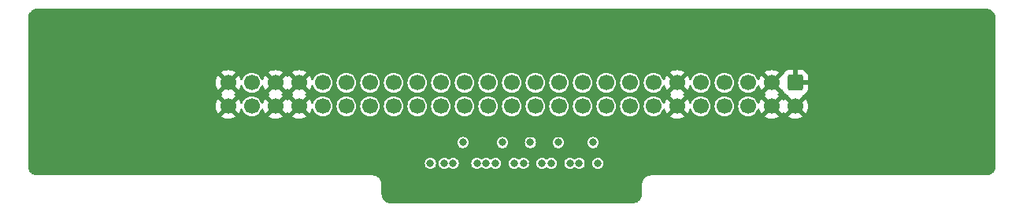
<source format=gbr>
%TF.GenerationSoftware,KiCad,Pcbnew,7.0.7*%
%TF.CreationDate,2023-09-18T17:25:17-04:00*%
%TF.ProjectId,N64 Cart FFC,4e363420-4361-4727-9420-4646432e6b69,rev?*%
%TF.SameCoordinates,Original*%
%TF.FileFunction,Copper,L3,Inr*%
%TF.FilePolarity,Positive*%
%FSLAX46Y46*%
G04 Gerber Fmt 4.6, Leading zero omitted, Abs format (unit mm)*
G04 Created by KiCad (PCBNEW 7.0.7) date 2023-09-18 17:25:17*
%MOMM*%
%LPD*%
G01*
G04 APERTURE LIST*
G04 Aperture macros list*
%AMRoundRect*
0 Rectangle with rounded corners*
0 $1 Rounding radius*
0 $2 $3 $4 $5 $6 $7 $8 $9 X,Y pos of 4 corners*
0 Add a 4 corners polygon primitive as box body*
4,1,4,$2,$3,$4,$5,$6,$7,$8,$9,$2,$3,0*
0 Add four circle primitives for the rounded corners*
1,1,$1+$1,$2,$3*
1,1,$1+$1,$4,$5*
1,1,$1+$1,$6,$7*
1,1,$1+$1,$8,$9*
0 Add four rect primitives between the rounded corners*
20,1,$1+$1,$2,$3,$4,$5,0*
20,1,$1+$1,$4,$5,$6,$7,0*
20,1,$1+$1,$6,$7,$8,$9,0*
20,1,$1+$1,$8,$9,$2,$3,0*%
G04 Aperture macros list end*
%TA.AperFunction,ComponentPad*%
%ADD10RoundRect,0.250000X-0.600000X0.600000X-0.600000X-0.600000X0.600000X-0.600000X0.600000X0.600000X0*%
%TD*%
%TA.AperFunction,ComponentPad*%
%ADD11C,1.700000*%
%TD*%
%TA.AperFunction,ViaPad*%
%ADD12C,0.800000*%
%TD*%
G04 APERTURE END LIST*
D10*
%TO.N,GND*%
%TO.C,J1*%
X192480000Y-72000000D03*
D11*
X192480000Y-74540000D03*
X189940000Y-72000000D03*
X189940000Y-74540000D03*
%TO.N,RCP-58*%
X187400000Y-72000000D03*
%TO.N,RCP-57*%
X187400000Y-74540000D03*
%TO.N,RCP-54*%
X184860000Y-72000000D03*
%TO.N,RCP-53*%
X184860000Y-74540000D03*
%TO.N,RCP-52*%
X182320000Y-72000000D03*
%TO.N,RCP-51*%
X182320000Y-74540000D03*
%TO.N,GND*%
X179780000Y-72000000D03*
X179780000Y-74540000D03*
%TO.N,RCP-50*%
X177240000Y-72000000D03*
%TO.N,RCP-47*%
X177240000Y-74540000D03*
%TO.N,RCP-46*%
X174700000Y-72000000D03*
%TO.N,RCP-45*%
X174700000Y-74540000D03*
%TO.N,3v3*%
X172160000Y-72000000D03*
X172160000Y-74540000D03*
%TO.N,RCP-44*%
X169620000Y-72000000D03*
%TO.N,RCP-41*%
X169620000Y-74540000D03*
%TO.N,RCP-40*%
X167080000Y-72000000D03*
%TO.N,RCP-39*%
X167080000Y-74540000D03*
%TO.N,RCP-38*%
X164540000Y-72000000D03*
%TO.N,RCP-35*%
X164540000Y-74540000D03*
%TO.N,unconnected-(J1-Pin_25-Pad25)*%
X162000000Y-72000000D03*
%TO.N,unconnected-(J1-Pin_26-Pad26)*%
X162000000Y-74540000D03*
%TO.N,unconnected-(J1-Pin_27-Pad27)*%
X159460000Y-72000000D03*
%TO.N,unconnected-(J1-Pin_28-Pad28)*%
X159460000Y-74540000D03*
%TO.N,RCP-34*%
X156920000Y-72000000D03*
%TO.N,RCP-33*%
X156920000Y-74540000D03*
%TO.N,RCP-32*%
X154380000Y-72000000D03*
%TO.N,RCP-31*%
X154380000Y-74540000D03*
%TO.N,3v3*%
X151840000Y-72000000D03*
X151840000Y-74540000D03*
%TO.N,PIF-5*%
X149300000Y-72000000D03*
%TO.N,PIF-3*%
X149300000Y-74540000D03*
%TO.N,PIF-1*%
X146760000Y-72000000D03*
%TO.N,CPU-57*%
X146760000Y-74540000D03*
%TO.N,RCP-26*%
X144220000Y-72000000D03*
%TO.N,PIF-7*%
X144220000Y-74540000D03*
%TO.N,PIF-23*%
X141680000Y-72000000D03*
%TO.N,SYNC*%
X141680000Y-74540000D03*
%TO.N,GND*%
X139140000Y-72000000D03*
X139140000Y-74540000D03*
X136600000Y-72000000D03*
X136600000Y-74540000D03*
%TO.N,unconnected-(J1-Pin_47-Pad47)*%
X134060000Y-72000000D03*
%TO.N,unconnected-(J1-Pin_48-Pad48)*%
X134060000Y-74540000D03*
%TO.N,GND*%
X131520000Y-72000000D03*
X131520000Y-74540000D03*
%TD*%
D12*
%TO.N,GND*%
X167050000Y-77450000D03*
%TO.N,3v3*%
X170750000Y-78450000D03*
%TO.N,GND*%
X170250000Y-80700000D03*
X167250000Y-80700000D03*
X164250000Y-80700000D03*
X161250000Y-80700000D03*
X164000000Y-77150000D03*
X161000000Y-77050000D03*
X156750000Y-77050000D03*
X157000000Y-80700000D03*
%TO.N,3v3*%
X167000000Y-78450000D03*
X164000000Y-78450000D03*
X161000000Y-78450000D03*
%TO.N,RCP-57*%
X171250000Y-80700000D03*
%TO.N,RCP-53*%
X169250000Y-80700000D03*
%TO.N,RCP-51*%
X168250000Y-80700000D03*
%TO.N,RCP-47*%
X166250000Y-80700000D03*
%TO.N,RCP-45*%
X165250000Y-80700000D03*
%TO.N,RCP-41*%
X163250000Y-80700000D03*
%TO.N,3v3*%
X156750000Y-78450000D03*
%TO.N,RCP-39*%
X162250000Y-80700000D03*
%TO.N,RCP-35*%
X160250000Y-80700000D03*
%TO.N,RCP-33*%
X159250000Y-80700000D03*
%TO.N,RCP-31*%
X158250000Y-80700000D03*
%TO.N,RCP-26*%
X155700000Y-80700000D03*
%TO.N,PIF-3*%
X154750000Y-80700000D03*
%TO.N,PIF-23*%
X153250000Y-80700000D03*
%TD*%
%TA.AperFunction,Conductor*%
%TO.N,GND*%
G36*
X132122470Y-72249363D02*
G01*
X132128949Y-72255396D01*
X132634925Y-72761373D01*
X132634926Y-72761373D01*
X132693598Y-72677582D01*
X132693600Y-72677578D01*
X132793429Y-72463492D01*
X132793433Y-72463483D01*
X132826158Y-72341350D01*
X132862522Y-72281690D01*
X132925369Y-72251160D01*
X132994745Y-72259454D01*
X133048623Y-72303939D01*
X133064593Y-72337447D01*
X133084768Y-72403954D01*
X133182315Y-72586450D01*
X133182317Y-72586452D01*
X133313589Y-72746410D01*
X133349844Y-72776163D01*
X133473550Y-72877685D01*
X133656046Y-72975232D01*
X133854066Y-73035300D01*
X133854065Y-73035300D01*
X133872529Y-73037118D01*
X134060000Y-73055583D01*
X134265934Y-73035300D01*
X134463954Y-72975232D01*
X134646450Y-72877685D01*
X134806410Y-72746410D01*
X134937685Y-72586450D01*
X135035232Y-72403954D01*
X135055406Y-72337446D01*
X135093702Y-72279010D01*
X135157514Y-72250553D01*
X135226581Y-72261112D01*
X135278975Y-72307336D01*
X135293841Y-72341349D01*
X135326567Y-72463486D01*
X135326570Y-72463492D01*
X135426400Y-72677579D01*
X135426402Y-72677583D01*
X135485072Y-72761373D01*
X135485073Y-72761373D01*
X135991050Y-72255395D01*
X136052373Y-72221910D01*
X136122064Y-72226894D01*
X136177998Y-72268765D01*
X136183039Y-72276025D01*
X136200978Y-72303939D01*
X136218239Y-72330798D01*
X136333602Y-72430759D01*
X136331293Y-72433422D01*
X136366006Y-72473499D01*
X136375935Y-72542660D01*
X136346898Y-72606210D01*
X136340882Y-72612669D01*
X135838625Y-73114925D01*
X135915031Y-73168425D01*
X135958655Y-73223002D01*
X135965848Y-73292501D01*
X135934326Y-73354855D01*
X135915029Y-73371576D01*
X135838625Y-73425072D01*
X136340883Y-73927330D01*
X136374368Y-73988653D01*
X136369384Y-74058345D01*
X136332357Y-74107805D01*
X136333602Y-74109241D01*
X136218238Y-74209202D01*
X136183046Y-74263962D01*
X136130242Y-74309717D01*
X136061083Y-74319660D01*
X135997528Y-74290634D01*
X135991050Y-74284603D01*
X135485072Y-73778625D01*
X135426401Y-73862419D01*
X135326570Y-74076507D01*
X135326567Y-74076514D01*
X135293841Y-74198650D01*
X135257476Y-74258310D01*
X135194629Y-74288839D01*
X135125253Y-74280544D01*
X135071375Y-74236059D01*
X135055406Y-74202552D01*
X135035232Y-74136046D01*
X134937685Y-73953550D01*
X134872668Y-73874326D01*
X134806410Y-73793589D01*
X134646452Y-73662317D01*
X134646453Y-73662317D01*
X134646450Y-73662315D01*
X134463954Y-73564768D01*
X134265934Y-73504700D01*
X134265932Y-73504699D01*
X134265934Y-73504699D01*
X134060000Y-73484417D01*
X133854067Y-73504699D01*
X133656043Y-73564769D01*
X133545897Y-73623643D01*
X133473550Y-73662315D01*
X133473548Y-73662316D01*
X133473547Y-73662317D01*
X133313589Y-73793589D01*
X133182317Y-73953547D01*
X133084767Y-74136046D01*
X133064593Y-74202552D01*
X133026296Y-74260990D01*
X132962483Y-74289447D01*
X132893416Y-74278886D01*
X132841023Y-74232661D01*
X132826158Y-74198649D01*
X132793433Y-74076516D01*
X132793429Y-74076507D01*
X132693600Y-73862423D01*
X132693599Y-73862421D01*
X132634925Y-73778626D01*
X132634925Y-73778625D01*
X132128949Y-74284602D01*
X132067626Y-74318087D01*
X131997934Y-74313103D01*
X131942001Y-74271231D01*
X131936953Y-74263961D01*
X131901761Y-74209202D01*
X131786398Y-74109241D01*
X131788708Y-74106574D01*
X131754005Y-74066528D01*
X131744058Y-73997370D01*
X131773080Y-73933813D01*
X131779116Y-73927330D01*
X132281373Y-73425073D01*
X132204969Y-73371576D01*
X132161344Y-73316999D01*
X132154150Y-73247501D01*
X132185672Y-73185146D01*
X132204968Y-73168425D01*
X132281373Y-73114925D01*
X131779116Y-72612669D01*
X131745631Y-72551346D01*
X131750615Y-72481655D01*
X131787640Y-72432193D01*
X131786398Y-72430759D01*
X131793100Y-72424952D01*
X131901761Y-72330798D01*
X131936954Y-72276037D01*
X131989755Y-72230283D01*
X132058914Y-72220339D01*
X132122470Y-72249363D01*
G37*
%TD.AperFunction*%
%TA.AperFunction,Conductor*%
G36*
X137202470Y-72249363D02*
G01*
X137208949Y-72255396D01*
X137714925Y-72761373D01*
X137768425Y-72684968D01*
X137823002Y-72641344D01*
X137892501Y-72634151D01*
X137954855Y-72665673D01*
X137971576Y-72684969D01*
X138025073Y-72761372D01*
X138531050Y-72255395D01*
X138592373Y-72221910D01*
X138662064Y-72226894D01*
X138717998Y-72268765D01*
X138723039Y-72276025D01*
X138740978Y-72303939D01*
X138758239Y-72330798D01*
X138873602Y-72430759D01*
X138871293Y-72433422D01*
X138906006Y-72473499D01*
X138915935Y-72542660D01*
X138886898Y-72606210D01*
X138880882Y-72612669D01*
X138378625Y-73114925D01*
X138455031Y-73168425D01*
X138498655Y-73223002D01*
X138505848Y-73292501D01*
X138474326Y-73354855D01*
X138455029Y-73371576D01*
X138378625Y-73425072D01*
X138880883Y-73927330D01*
X138914368Y-73988653D01*
X138909384Y-74058345D01*
X138872357Y-74107805D01*
X138873602Y-74109241D01*
X138758238Y-74209202D01*
X138723046Y-74263962D01*
X138670242Y-74309717D01*
X138601083Y-74319660D01*
X138537528Y-74290634D01*
X138531050Y-74284603D01*
X138025072Y-73778625D01*
X138025072Y-73778626D01*
X137971574Y-73855030D01*
X137916998Y-73898655D01*
X137847499Y-73905849D01*
X137785144Y-73874326D01*
X137768424Y-73855030D01*
X137714925Y-73778626D01*
X137714925Y-73778625D01*
X137208949Y-74284602D01*
X137147626Y-74318087D01*
X137077934Y-74313103D01*
X137022001Y-74271231D01*
X137016953Y-74263961D01*
X136981761Y-74209202D01*
X136866398Y-74109241D01*
X136868708Y-74106574D01*
X136834005Y-74066528D01*
X136824058Y-73997370D01*
X136853080Y-73933813D01*
X136859116Y-73927330D01*
X137361373Y-73425073D01*
X137284969Y-73371576D01*
X137241344Y-73316999D01*
X137234150Y-73247501D01*
X137265672Y-73185146D01*
X137284968Y-73168425D01*
X137361373Y-73114925D01*
X136859116Y-72612669D01*
X136825631Y-72551346D01*
X136830615Y-72481655D01*
X136867640Y-72432193D01*
X136866398Y-72430759D01*
X136873100Y-72424952D01*
X136981761Y-72330798D01*
X137016954Y-72276037D01*
X137069755Y-72230283D01*
X137138914Y-72220339D01*
X137202470Y-72249363D01*
G37*
%TD.AperFunction*%
%TA.AperFunction,Conductor*%
G36*
X190542470Y-72249363D02*
G01*
X190548949Y-72255396D01*
X191059156Y-72765604D01*
X191111701Y-72776163D01*
X191161885Y-72824777D01*
X191171717Y-72846921D01*
X191195642Y-72919121D01*
X191195643Y-72919124D01*
X191287684Y-73068345D01*
X191411654Y-73192315D01*
X191560875Y-73284356D01*
X191560882Y-73284359D01*
X191633075Y-73308281D01*
X191690520Y-73348053D01*
X191717344Y-73412569D01*
X191717463Y-73423910D01*
X192220883Y-73927330D01*
X192254368Y-73988653D01*
X192249384Y-74058345D01*
X192212357Y-74107805D01*
X192213602Y-74109241D01*
X192098238Y-74209202D01*
X192063046Y-74263962D01*
X192010242Y-74309717D01*
X191941083Y-74319660D01*
X191877528Y-74290634D01*
X191871050Y-74284603D01*
X191365072Y-73778625D01*
X191365072Y-73778626D01*
X191311574Y-73855030D01*
X191256998Y-73898655D01*
X191187499Y-73905849D01*
X191125144Y-73874326D01*
X191108424Y-73855030D01*
X191054925Y-73778626D01*
X191054925Y-73778625D01*
X190548949Y-74284602D01*
X190487626Y-74318087D01*
X190417934Y-74313103D01*
X190362001Y-74271231D01*
X190356953Y-74263961D01*
X190321761Y-74209202D01*
X190206398Y-74109241D01*
X190208708Y-74106574D01*
X190174005Y-74066528D01*
X190164058Y-73997370D01*
X190193080Y-73933813D01*
X190199116Y-73927330D01*
X190701373Y-73425073D01*
X190624969Y-73371576D01*
X190581344Y-73316999D01*
X190574150Y-73247501D01*
X190605672Y-73185146D01*
X190624968Y-73168425D01*
X190701373Y-73114925D01*
X190199116Y-72612669D01*
X190165631Y-72551346D01*
X190170615Y-72481655D01*
X190207640Y-72432193D01*
X190206398Y-72430759D01*
X190213100Y-72424952D01*
X190321761Y-72330798D01*
X190356954Y-72276037D01*
X190409755Y-72230283D01*
X190478914Y-72220339D01*
X190542470Y-72249363D01*
G37*
%TD.AperFunction*%
%TA.AperFunction,Conductor*%
G36*
X213002695Y-64000735D02*
G01*
X213045519Y-64004482D01*
X213171771Y-64016918D01*
X213191685Y-64020541D01*
X213258349Y-64038403D01*
X213351570Y-64066682D01*
X213367971Y-64072958D01*
X213435411Y-64104406D01*
X213438375Y-64105888D01*
X213475969Y-64125982D01*
X213522327Y-64150762D01*
X213528667Y-64154657D01*
X213594828Y-64200983D01*
X213598600Y-64203844D01*
X213670808Y-64263103D01*
X213675309Y-64267182D01*
X213732815Y-64324688D01*
X213736895Y-64329190D01*
X213796154Y-64401398D01*
X213799015Y-64405170D01*
X213845341Y-64471331D01*
X213849236Y-64477671D01*
X213894101Y-64561605D01*
X213895614Y-64564631D01*
X213927040Y-64632027D01*
X213933319Y-64648435D01*
X213961601Y-64741669D01*
X213979454Y-64808299D01*
X213983082Y-64828238D01*
X213995523Y-64954554D01*
X213999264Y-64997302D01*
X213999500Y-65002710D01*
X213999500Y-80997289D01*
X213999264Y-81002697D01*
X213995523Y-81045445D01*
X213983082Y-81171760D01*
X213979454Y-81191699D01*
X213961601Y-81258330D01*
X213933318Y-81351563D01*
X213927040Y-81367971D01*
X213895614Y-81435367D01*
X213894101Y-81438393D01*
X213849236Y-81522327D01*
X213845341Y-81528667D01*
X213799015Y-81594828D01*
X213796154Y-81598600D01*
X213736895Y-81670808D01*
X213732806Y-81675320D01*
X213675320Y-81732806D01*
X213670808Y-81736895D01*
X213598600Y-81796154D01*
X213594828Y-81799015D01*
X213528667Y-81845341D01*
X213522327Y-81849236D01*
X213438393Y-81894101D01*
X213435367Y-81895614D01*
X213367971Y-81927040D01*
X213351563Y-81933318D01*
X213258330Y-81961601D01*
X213191699Y-81979454D01*
X213171760Y-81983082D01*
X213045445Y-81995523D01*
X213004789Y-81999080D01*
X213002696Y-81999264D01*
X212997290Y-81999500D01*
X177067096Y-81999500D01*
X177051519Y-81994926D01*
X177008111Y-81999201D01*
X177002031Y-81999500D01*
X176912463Y-81999500D01*
X176849352Y-82010628D01*
X176837550Y-82009311D01*
X176814368Y-82016344D01*
X176807131Y-82018073D01*
X176740062Y-82029898D01*
X176662407Y-82058163D01*
X176649355Y-82058992D01*
X176634133Y-82067129D01*
X176618092Y-82074292D01*
X176575558Y-82089773D01*
X176575550Y-82089777D01*
X176491024Y-82138579D01*
X176476686Y-82142057D01*
X176464818Y-82151797D01*
X176448158Y-82163327D01*
X176423949Y-82177304D01*
X176419509Y-82180414D01*
X176419246Y-82180039D01*
X176405444Y-82189368D01*
X176401918Y-82191252D01*
X176385339Y-82209700D01*
X176338606Y-82248914D01*
X176323590Y-82255485D01*
X176315017Y-82265932D01*
X176298874Y-82282253D01*
X176289836Y-82289836D01*
X176282253Y-82298874D01*
X176265932Y-82315017D01*
X176260904Y-82319143D01*
X176248914Y-82338606D01*
X176209700Y-82385339D01*
X176194824Y-82395235D01*
X176189368Y-82405444D01*
X176180039Y-82419246D01*
X176180414Y-82419509D01*
X176177304Y-82423949D01*
X176163327Y-82448158D01*
X176151797Y-82464818D01*
X176146096Y-82471763D01*
X176138579Y-82491024D01*
X176089777Y-82575550D01*
X176089773Y-82575558D01*
X176074292Y-82618092D01*
X176067129Y-82634133D01*
X176061678Y-82644329D01*
X176058163Y-82662407D01*
X176029898Y-82740062D01*
X176018073Y-82807131D01*
X176016344Y-82814368D01*
X176010831Y-82832541D01*
X176010628Y-82849352D01*
X175999500Y-82912463D01*
X175999500Y-83002030D01*
X175999201Y-83008110D01*
X175995637Y-83044297D01*
X175999500Y-83067096D01*
X175999500Y-83997289D01*
X175999264Y-84002697D01*
X175995523Y-84045445D01*
X175983082Y-84171760D01*
X175979454Y-84191699D01*
X175961601Y-84258330D01*
X175933318Y-84351563D01*
X175927040Y-84367971D01*
X175895614Y-84435367D01*
X175894101Y-84438393D01*
X175849236Y-84522327D01*
X175845341Y-84528667D01*
X175799015Y-84594828D01*
X175796154Y-84598600D01*
X175736895Y-84670808D01*
X175732806Y-84675320D01*
X175675320Y-84732806D01*
X175670808Y-84736895D01*
X175598600Y-84796154D01*
X175594828Y-84799015D01*
X175528667Y-84845341D01*
X175522327Y-84849236D01*
X175438393Y-84894101D01*
X175435367Y-84895614D01*
X175367971Y-84927040D01*
X175351563Y-84933318D01*
X175258330Y-84961601D01*
X175191699Y-84979454D01*
X175171760Y-84983082D01*
X175045445Y-84995523D01*
X175004789Y-84999080D01*
X175002696Y-84999264D01*
X174997290Y-84999500D01*
X149002710Y-84999500D01*
X148997303Y-84999264D01*
X148995015Y-84999063D01*
X148954554Y-84995523D01*
X148828238Y-84983082D01*
X148808299Y-84979454D01*
X148741669Y-84961601D01*
X148648435Y-84933319D01*
X148632027Y-84927040D01*
X148583433Y-84904381D01*
X148564618Y-84895607D01*
X148561605Y-84894101D01*
X148477671Y-84849236D01*
X148471331Y-84845341D01*
X148405170Y-84799015D01*
X148401398Y-84796154D01*
X148329190Y-84736895D01*
X148324688Y-84732815D01*
X148267182Y-84675309D01*
X148263103Y-84670808D01*
X148203844Y-84598600D01*
X148200983Y-84594828D01*
X148154657Y-84528667D01*
X148150762Y-84522327D01*
X148125982Y-84475969D01*
X148105888Y-84438375D01*
X148104406Y-84435411D01*
X148072958Y-84367971D01*
X148066682Y-84351570D01*
X148038398Y-84258330D01*
X148020541Y-84191685D01*
X148016918Y-84171771D01*
X148004482Y-84045519D01*
X148000735Y-84002695D01*
X148000500Y-83997293D01*
X148000500Y-83067095D01*
X148005073Y-83051520D01*
X148000799Y-83008120D01*
X148000500Y-83002040D01*
X148000500Y-82912472D01*
X148000500Y-82912468D01*
X147989371Y-82849352D01*
X147990687Y-82837552D01*
X147983657Y-82814379D01*
X147981928Y-82807140D01*
X147981926Y-82807131D01*
X147970101Y-82740062D01*
X147941836Y-82662407D01*
X147941007Y-82649359D01*
X147932874Y-82634143D01*
X147925709Y-82618098D01*
X147925707Y-82618092D01*
X147910225Y-82575555D01*
X147910222Y-82575550D01*
X147910221Y-82575547D01*
X147861421Y-82491025D01*
X147857942Y-82476688D01*
X147848206Y-82464824D01*
X147836675Y-82448163D01*
X147822692Y-82423945D01*
X147819586Y-82419509D01*
X147819961Y-82419245D01*
X147810627Y-82405438D01*
X147808745Y-82401918D01*
X147790297Y-82385337D01*
X147751085Y-82338606D01*
X147744513Y-82323590D01*
X147734070Y-82315020D01*
X147717744Y-82298872D01*
X147710163Y-82289837D01*
X147701125Y-82282253D01*
X147684977Y-82265928D01*
X147680853Y-82260903D01*
X147661393Y-82248914D01*
X147614661Y-82209702D01*
X147604762Y-82194824D01*
X147594560Y-82189371D01*
X147580754Y-82180038D01*
X147580491Y-82180414D01*
X147576057Y-82177310D01*
X147576055Y-82177308D01*
X147564174Y-82170448D01*
X147551838Y-82163326D01*
X147535173Y-82151792D01*
X147528232Y-82146096D01*
X147508974Y-82138578D01*
X147424449Y-82089777D01*
X147424448Y-82089776D01*
X147416230Y-82086785D01*
X147381900Y-82074289D01*
X147365862Y-82067128D01*
X147355669Y-82061679D01*
X147337592Y-82058162D01*
X147259940Y-82029899D01*
X147192866Y-82018072D01*
X147185629Y-82016343D01*
X147167463Y-82010832D01*
X147150646Y-82010628D01*
X147087536Y-81999500D01*
X147087532Y-81999500D01*
X147000099Y-81999500D01*
X146997968Y-81999500D01*
X146991888Y-81999201D01*
X146955701Y-81995637D01*
X146932903Y-81999500D01*
X111002710Y-81999500D01*
X110997303Y-81999264D01*
X110995015Y-81999063D01*
X110954554Y-81995523D01*
X110828238Y-81983082D01*
X110808299Y-81979454D01*
X110741669Y-81961601D01*
X110648435Y-81933319D01*
X110632027Y-81927040D01*
X110583433Y-81904381D01*
X110564618Y-81895607D01*
X110561605Y-81894101D01*
X110477671Y-81849236D01*
X110471331Y-81845341D01*
X110405170Y-81799015D01*
X110401398Y-81796154D01*
X110329190Y-81736895D01*
X110324688Y-81732815D01*
X110267182Y-81675309D01*
X110263103Y-81670808D01*
X110203844Y-81598600D01*
X110200983Y-81594828D01*
X110154657Y-81528667D01*
X110150762Y-81522327D01*
X110125982Y-81475969D01*
X110105888Y-81438375D01*
X110104406Y-81435411D01*
X110072958Y-81367971D01*
X110066682Y-81351570D01*
X110038398Y-81258330D01*
X110020541Y-81191685D01*
X110016918Y-81171771D01*
X110004475Y-81045435D01*
X110003546Y-81034817D01*
X110000733Y-81002671D01*
X110000500Y-80997315D01*
X110000500Y-80700001D01*
X152644318Y-80700001D01*
X152664955Y-80856760D01*
X152664956Y-80856762D01*
X152725464Y-81002841D01*
X152821718Y-81128282D01*
X152947159Y-81224536D01*
X153093238Y-81285044D01*
X153171618Y-81295363D01*
X153249999Y-81305682D01*
X153250000Y-81305682D01*
X153250001Y-81305682D01*
X153302254Y-81298802D01*
X153406762Y-81285044D01*
X153552841Y-81224536D01*
X153678282Y-81128282D01*
X153774536Y-81002841D01*
X153835044Y-80856762D01*
X153855682Y-80700001D01*
X154144318Y-80700001D01*
X154164955Y-80856760D01*
X154164956Y-80856762D01*
X154225464Y-81002841D01*
X154321718Y-81128282D01*
X154447159Y-81224536D01*
X154593238Y-81285044D01*
X154671619Y-81295363D01*
X154749999Y-81305682D01*
X154750000Y-81305682D01*
X154750001Y-81305682D01*
X154802253Y-81298802D01*
X154906762Y-81285044D01*
X155052841Y-81224536D01*
X155149516Y-81150354D01*
X155214682Y-81125162D01*
X155283127Y-81139200D01*
X155300477Y-81150349D01*
X155397159Y-81224536D01*
X155543238Y-81285044D01*
X155621619Y-81295363D01*
X155699999Y-81305682D01*
X155700000Y-81305682D01*
X155700001Y-81305682D01*
X155752254Y-81298802D01*
X155856762Y-81285044D01*
X156002841Y-81224536D01*
X156128282Y-81128282D01*
X156224536Y-81002841D01*
X156285044Y-80856762D01*
X156305682Y-80700001D01*
X157644318Y-80700001D01*
X157664955Y-80856760D01*
X157664956Y-80856762D01*
X157725464Y-81002841D01*
X157821718Y-81128282D01*
X157947159Y-81224536D01*
X158093238Y-81285044D01*
X158171618Y-81295363D01*
X158249999Y-81305682D01*
X158250000Y-81305682D01*
X158250001Y-81305682D01*
X158302253Y-81298802D01*
X158406762Y-81285044D01*
X158552841Y-81224536D01*
X158674514Y-81131173D01*
X158739681Y-81105979D01*
X158808126Y-81120017D01*
X158825485Y-81131173D01*
X158947157Y-81224535D01*
X158947158Y-81224535D01*
X158947159Y-81224536D01*
X159093238Y-81285044D01*
X159171618Y-81295363D01*
X159249999Y-81305682D01*
X159250000Y-81305682D01*
X159250001Y-81305682D01*
X159302254Y-81298802D01*
X159406762Y-81285044D01*
X159552841Y-81224536D01*
X159674515Y-81131171D01*
X159739683Y-81105979D01*
X159808127Y-81120017D01*
X159825478Y-81131167D01*
X159947159Y-81224536D01*
X160093238Y-81285044D01*
X160171618Y-81295363D01*
X160249999Y-81305682D01*
X160250000Y-81305682D01*
X160250001Y-81305682D01*
X160302253Y-81298802D01*
X160406762Y-81285044D01*
X160552841Y-81224536D01*
X160678282Y-81128282D01*
X160774536Y-81002841D01*
X160835044Y-80856762D01*
X160855682Y-80700001D01*
X161644318Y-80700001D01*
X161664955Y-80856760D01*
X161664956Y-80856762D01*
X161725464Y-81002841D01*
X161821718Y-81128282D01*
X161947159Y-81224536D01*
X162093238Y-81285044D01*
X162171618Y-81295363D01*
X162249999Y-81305682D01*
X162250000Y-81305682D01*
X162250001Y-81305682D01*
X162302253Y-81298802D01*
X162406762Y-81285044D01*
X162552841Y-81224536D01*
X162674515Y-81131171D01*
X162739683Y-81105979D01*
X162808127Y-81120017D01*
X162825478Y-81131167D01*
X162947159Y-81224536D01*
X163093238Y-81285044D01*
X163171618Y-81295363D01*
X163249999Y-81305682D01*
X163250000Y-81305682D01*
X163250001Y-81305682D01*
X163302254Y-81298802D01*
X163406762Y-81285044D01*
X163552841Y-81224536D01*
X163678282Y-81128282D01*
X163774536Y-81002841D01*
X163835044Y-80856762D01*
X163855682Y-80700001D01*
X164644318Y-80700001D01*
X164664955Y-80856760D01*
X164664956Y-80856762D01*
X164725464Y-81002841D01*
X164821718Y-81128282D01*
X164947159Y-81224536D01*
X165093238Y-81285044D01*
X165171618Y-81295363D01*
X165249999Y-81305682D01*
X165250000Y-81305682D01*
X165250001Y-81305682D01*
X165302254Y-81298802D01*
X165406762Y-81285044D01*
X165552841Y-81224536D01*
X165674515Y-81131171D01*
X165739683Y-81105979D01*
X165808127Y-81120017D01*
X165825478Y-81131167D01*
X165947159Y-81224536D01*
X166093238Y-81285044D01*
X166171618Y-81295363D01*
X166249999Y-81305682D01*
X166250000Y-81305682D01*
X166250001Y-81305682D01*
X166302253Y-81298802D01*
X166406762Y-81285044D01*
X166552841Y-81224536D01*
X166678282Y-81128282D01*
X166774536Y-81002841D01*
X166835044Y-80856762D01*
X166855682Y-80700001D01*
X167644318Y-80700001D01*
X167664955Y-80856760D01*
X167664956Y-80856762D01*
X167725464Y-81002841D01*
X167821718Y-81128282D01*
X167947159Y-81224536D01*
X168093238Y-81285044D01*
X168171618Y-81295363D01*
X168249999Y-81305682D01*
X168250000Y-81305682D01*
X168250001Y-81305682D01*
X168302253Y-81298802D01*
X168406762Y-81285044D01*
X168552841Y-81224536D01*
X168674515Y-81131171D01*
X168739683Y-81105979D01*
X168808127Y-81120017D01*
X168825478Y-81131167D01*
X168947159Y-81224536D01*
X169093238Y-81285044D01*
X169171618Y-81295363D01*
X169249999Y-81305682D01*
X169250000Y-81305682D01*
X169250001Y-81305682D01*
X169302254Y-81298802D01*
X169406762Y-81285044D01*
X169552841Y-81224536D01*
X169678282Y-81128282D01*
X169774536Y-81002841D01*
X169835044Y-80856762D01*
X169855682Y-80700001D01*
X170644318Y-80700001D01*
X170664955Y-80856760D01*
X170664956Y-80856762D01*
X170725464Y-81002841D01*
X170821718Y-81128282D01*
X170947159Y-81224536D01*
X171093238Y-81285044D01*
X171171618Y-81295363D01*
X171249999Y-81305682D01*
X171250000Y-81305682D01*
X171250001Y-81305682D01*
X171302254Y-81298802D01*
X171406762Y-81285044D01*
X171552841Y-81224536D01*
X171678282Y-81128282D01*
X171774536Y-81002841D01*
X171835044Y-80856762D01*
X171855682Y-80700000D01*
X171835044Y-80543238D01*
X171774536Y-80397159D01*
X171678282Y-80271718D01*
X171552841Y-80175464D01*
X171406762Y-80114956D01*
X171406760Y-80114955D01*
X171250001Y-80094318D01*
X171249999Y-80094318D01*
X171093239Y-80114955D01*
X171093237Y-80114956D01*
X170947160Y-80175463D01*
X170821718Y-80271718D01*
X170725463Y-80397160D01*
X170664956Y-80543237D01*
X170664955Y-80543239D01*
X170644318Y-80699998D01*
X170644318Y-80700001D01*
X169855682Y-80700001D01*
X169855682Y-80700000D01*
X169835044Y-80543238D01*
X169774536Y-80397159D01*
X169678282Y-80271718D01*
X169552841Y-80175464D01*
X169406762Y-80114956D01*
X169406760Y-80114955D01*
X169250001Y-80094318D01*
X169249999Y-80094318D01*
X169093239Y-80114955D01*
X169093237Y-80114956D01*
X168947157Y-80175464D01*
X168825486Y-80268826D01*
X168760317Y-80294020D01*
X168691872Y-80279981D01*
X168674514Y-80268826D01*
X168552842Y-80175464D01*
X168406762Y-80114956D01*
X168406760Y-80114955D01*
X168250001Y-80094318D01*
X168249999Y-80094318D01*
X168093239Y-80114955D01*
X168093237Y-80114956D01*
X167947160Y-80175463D01*
X167821718Y-80271718D01*
X167725463Y-80397160D01*
X167664956Y-80543237D01*
X167664955Y-80543239D01*
X167644318Y-80699998D01*
X167644318Y-80700001D01*
X166855682Y-80700001D01*
X166855682Y-80700000D01*
X166835044Y-80543238D01*
X166774536Y-80397159D01*
X166678282Y-80271718D01*
X166552841Y-80175464D01*
X166406762Y-80114956D01*
X166406760Y-80114955D01*
X166250001Y-80094318D01*
X166249999Y-80094318D01*
X166093239Y-80114955D01*
X166093237Y-80114956D01*
X165947157Y-80175464D01*
X165825486Y-80268826D01*
X165760317Y-80294020D01*
X165691872Y-80279981D01*
X165674514Y-80268826D01*
X165552842Y-80175464D01*
X165406762Y-80114956D01*
X165406760Y-80114955D01*
X165250001Y-80094318D01*
X165249999Y-80094318D01*
X165093239Y-80114955D01*
X165093237Y-80114956D01*
X164947160Y-80175463D01*
X164821718Y-80271718D01*
X164725463Y-80397160D01*
X164664956Y-80543237D01*
X164664955Y-80543239D01*
X164644318Y-80699998D01*
X164644318Y-80700001D01*
X163855682Y-80700001D01*
X163855682Y-80700000D01*
X163835044Y-80543238D01*
X163774536Y-80397159D01*
X163678282Y-80271718D01*
X163552841Y-80175464D01*
X163406762Y-80114956D01*
X163406760Y-80114955D01*
X163250001Y-80094318D01*
X163249999Y-80094318D01*
X163093239Y-80114955D01*
X163093237Y-80114956D01*
X162947157Y-80175464D01*
X162825485Y-80268826D01*
X162760315Y-80294020D01*
X162691871Y-80279981D01*
X162674513Y-80268826D01*
X162552842Y-80175464D01*
X162406762Y-80114956D01*
X162406760Y-80114955D01*
X162250001Y-80094318D01*
X162249999Y-80094318D01*
X162093239Y-80114955D01*
X162093237Y-80114956D01*
X161947160Y-80175463D01*
X161821718Y-80271718D01*
X161725463Y-80397160D01*
X161664956Y-80543237D01*
X161664955Y-80543239D01*
X161644318Y-80699998D01*
X161644318Y-80700001D01*
X160855682Y-80700001D01*
X160855682Y-80700000D01*
X160835044Y-80543238D01*
X160774536Y-80397159D01*
X160678282Y-80271718D01*
X160552841Y-80175464D01*
X160406762Y-80114956D01*
X160406760Y-80114955D01*
X160250001Y-80094318D01*
X160249999Y-80094318D01*
X160093239Y-80114955D01*
X160093237Y-80114956D01*
X159947157Y-80175464D01*
X159825486Y-80268826D01*
X159760317Y-80294020D01*
X159691872Y-80279981D01*
X159674514Y-80268826D01*
X159552842Y-80175464D01*
X159406762Y-80114956D01*
X159406760Y-80114955D01*
X159250001Y-80094318D01*
X159249999Y-80094318D01*
X159093239Y-80114955D01*
X159093237Y-80114956D01*
X158947157Y-80175464D01*
X158825485Y-80268826D01*
X158760315Y-80294020D01*
X158691871Y-80279981D01*
X158674513Y-80268826D01*
X158552842Y-80175464D01*
X158406762Y-80114956D01*
X158406760Y-80114955D01*
X158250001Y-80094318D01*
X158249999Y-80094318D01*
X158093239Y-80114955D01*
X158093237Y-80114956D01*
X157947160Y-80175463D01*
X157821718Y-80271718D01*
X157725463Y-80397160D01*
X157664956Y-80543237D01*
X157664955Y-80543239D01*
X157644318Y-80699998D01*
X157644318Y-80700001D01*
X156305682Y-80700001D01*
X156305682Y-80700000D01*
X156285044Y-80543238D01*
X156224536Y-80397159D01*
X156128282Y-80271718D01*
X156002841Y-80175464D01*
X155856762Y-80114956D01*
X155856760Y-80114955D01*
X155700001Y-80094318D01*
X155699999Y-80094318D01*
X155543239Y-80114955D01*
X155543237Y-80114956D01*
X155397157Y-80175464D01*
X155300486Y-80249643D01*
X155235317Y-80274837D01*
X155166872Y-80260798D01*
X155149514Y-80249643D01*
X155052842Y-80175464D01*
X154906762Y-80114956D01*
X154906760Y-80114955D01*
X154750001Y-80094318D01*
X154749999Y-80094318D01*
X154593239Y-80114955D01*
X154593237Y-80114956D01*
X154447160Y-80175463D01*
X154321718Y-80271718D01*
X154225463Y-80397160D01*
X154164956Y-80543237D01*
X154164955Y-80543239D01*
X154144318Y-80699998D01*
X154144318Y-80700001D01*
X153855682Y-80700001D01*
X153855682Y-80700000D01*
X153835044Y-80543238D01*
X153774536Y-80397159D01*
X153678282Y-80271718D01*
X153552841Y-80175464D01*
X153406762Y-80114956D01*
X153406760Y-80114955D01*
X153250001Y-80094318D01*
X153249999Y-80094318D01*
X153093239Y-80114955D01*
X153093237Y-80114956D01*
X152947160Y-80175463D01*
X152821718Y-80271718D01*
X152725463Y-80397160D01*
X152664956Y-80543237D01*
X152664955Y-80543239D01*
X152644318Y-80699998D01*
X152644318Y-80700001D01*
X110000500Y-80700001D01*
X110000500Y-78450001D01*
X156144318Y-78450001D01*
X156164955Y-78606760D01*
X156164956Y-78606762D01*
X156225464Y-78752841D01*
X156321718Y-78878282D01*
X156447159Y-78974536D01*
X156593238Y-79035044D01*
X156671619Y-79045363D01*
X156749999Y-79055682D01*
X156750000Y-79055682D01*
X156750001Y-79055682D01*
X156802253Y-79048802D01*
X156906762Y-79035044D01*
X157052841Y-78974536D01*
X157178282Y-78878282D01*
X157274536Y-78752841D01*
X157335044Y-78606762D01*
X157355682Y-78450001D01*
X160394318Y-78450001D01*
X160414955Y-78606760D01*
X160414956Y-78606762D01*
X160475464Y-78752841D01*
X160571718Y-78878282D01*
X160697159Y-78974536D01*
X160843238Y-79035044D01*
X160921619Y-79045363D01*
X160999999Y-79055682D01*
X161000000Y-79055682D01*
X161000001Y-79055682D01*
X161052253Y-79048802D01*
X161156762Y-79035044D01*
X161302841Y-78974536D01*
X161428282Y-78878282D01*
X161524536Y-78752841D01*
X161585044Y-78606762D01*
X161605682Y-78450001D01*
X163394318Y-78450001D01*
X163414955Y-78606760D01*
X163414956Y-78606762D01*
X163475464Y-78752841D01*
X163571718Y-78878282D01*
X163697159Y-78974536D01*
X163843238Y-79035044D01*
X163921619Y-79045363D01*
X163999999Y-79055682D01*
X164000000Y-79055682D01*
X164000001Y-79055682D01*
X164052254Y-79048802D01*
X164156762Y-79035044D01*
X164302841Y-78974536D01*
X164428282Y-78878282D01*
X164524536Y-78752841D01*
X164585044Y-78606762D01*
X164605682Y-78450001D01*
X166394318Y-78450001D01*
X166414955Y-78606760D01*
X166414956Y-78606762D01*
X166475464Y-78752841D01*
X166571718Y-78878282D01*
X166697159Y-78974536D01*
X166843238Y-79035044D01*
X166921619Y-79045363D01*
X166999999Y-79055682D01*
X167000000Y-79055682D01*
X167000001Y-79055682D01*
X167052254Y-79048802D01*
X167156762Y-79035044D01*
X167302841Y-78974536D01*
X167428282Y-78878282D01*
X167524536Y-78752841D01*
X167585044Y-78606762D01*
X167605682Y-78450001D01*
X170144318Y-78450001D01*
X170164955Y-78606760D01*
X170164956Y-78606762D01*
X170225464Y-78752841D01*
X170321718Y-78878282D01*
X170447159Y-78974536D01*
X170593238Y-79035044D01*
X170671619Y-79045363D01*
X170749999Y-79055682D01*
X170750000Y-79055682D01*
X170750001Y-79055682D01*
X170802253Y-79048802D01*
X170906762Y-79035044D01*
X171052841Y-78974536D01*
X171178282Y-78878282D01*
X171274536Y-78752841D01*
X171335044Y-78606762D01*
X171355682Y-78450000D01*
X171335044Y-78293238D01*
X171274536Y-78147159D01*
X171178282Y-78021718D01*
X171052841Y-77925464D01*
X170906762Y-77864956D01*
X170906760Y-77864955D01*
X170750001Y-77844318D01*
X170749999Y-77844318D01*
X170593239Y-77864955D01*
X170593237Y-77864956D01*
X170447160Y-77925463D01*
X170321718Y-78021718D01*
X170225463Y-78147160D01*
X170164956Y-78293237D01*
X170164955Y-78293239D01*
X170144318Y-78449998D01*
X170144318Y-78450001D01*
X167605682Y-78450001D01*
X167605682Y-78450000D01*
X167585044Y-78293238D01*
X167524536Y-78147159D01*
X167428282Y-78021718D01*
X167302841Y-77925464D01*
X167156762Y-77864956D01*
X167156760Y-77864955D01*
X167000001Y-77844318D01*
X166999999Y-77844318D01*
X166843239Y-77864955D01*
X166843237Y-77864956D01*
X166697160Y-77925463D01*
X166571718Y-78021718D01*
X166475463Y-78147160D01*
X166414956Y-78293237D01*
X166414955Y-78293239D01*
X166394318Y-78449998D01*
X166394318Y-78450001D01*
X164605682Y-78450001D01*
X164605682Y-78450000D01*
X164585044Y-78293238D01*
X164524536Y-78147159D01*
X164428282Y-78021718D01*
X164302841Y-77925464D01*
X164156762Y-77864956D01*
X164156760Y-77864955D01*
X164000001Y-77844318D01*
X163999999Y-77844318D01*
X163843239Y-77864955D01*
X163843237Y-77864956D01*
X163697160Y-77925463D01*
X163571718Y-78021718D01*
X163475463Y-78147160D01*
X163414956Y-78293237D01*
X163414955Y-78293239D01*
X163394318Y-78449998D01*
X163394318Y-78450001D01*
X161605682Y-78450001D01*
X161605682Y-78450000D01*
X161585044Y-78293238D01*
X161524536Y-78147159D01*
X161428282Y-78021718D01*
X161302841Y-77925464D01*
X161156762Y-77864956D01*
X161156760Y-77864955D01*
X161000001Y-77844318D01*
X160999999Y-77844318D01*
X160843239Y-77864955D01*
X160843237Y-77864956D01*
X160697160Y-77925463D01*
X160571718Y-78021718D01*
X160475463Y-78147160D01*
X160414956Y-78293237D01*
X160414955Y-78293239D01*
X160394318Y-78449998D01*
X160394318Y-78450001D01*
X157355682Y-78450001D01*
X157355682Y-78450000D01*
X157335044Y-78293238D01*
X157274536Y-78147159D01*
X157178282Y-78021718D01*
X157052841Y-77925464D01*
X156906762Y-77864956D01*
X156906760Y-77864955D01*
X156750001Y-77844318D01*
X156749999Y-77844318D01*
X156593239Y-77864955D01*
X156593237Y-77864956D01*
X156447160Y-77925463D01*
X156321718Y-78021718D01*
X156225463Y-78147160D01*
X156164956Y-78293237D01*
X156164955Y-78293239D01*
X156144318Y-78449998D01*
X156144318Y-78450001D01*
X110000500Y-78450001D01*
X110000500Y-74540001D01*
X130164843Y-74540001D01*
X130185430Y-74775315D01*
X130185432Y-74775326D01*
X130246566Y-75003483D01*
X130246570Y-75003492D01*
X130346400Y-75217579D01*
X130346402Y-75217583D01*
X130405072Y-75301373D01*
X130405073Y-75301373D01*
X130911050Y-74795395D01*
X130972373Y-74761910D01*
X131042064Y-74766894D01*
X131097998Y-74808765D01*
X131103039Y-74816025D01*
X131120978Y-74843939D01*
X131138239Y-74870798D01*
X131253602Y-74970759D01*
X131251293Y-74973422D01*
X131286006Y-75013499D01*
X131295935Y-75082660D01*
X131266898Y-75146210D01*
X131260882Y-75152669D01*
X130758625Y-75654925D01*
X130842421Y-75713599D01*
X131056507Y-75813429D01*
X131056516Y-75813433D01*
X131284673Y-75874567D01*
X131284684Y-75874569D01*
X131519998Y-75895157D01*
X131520002Y-75895157D01*
X131755315Y-75874569D01*
X131755326Y-75874567D01*
X131983483Y-75813433D01*
X131983492Y-75813429D01*
X132197578Y-75713600D01*
X132197582Y-75713598D01*
X132281373Y-75654926D01*
X132281373Y-75654925D01*
X131779116Y-75152669D01*
X131745631Y-75091346D01*
X131750615Y-75021655D01*
X131787640Y-74972193D01*
X131786398Y-74970759D01*
X131793100Y-74964952D01*
X131901761Y-74870798D01*
X131936954Y-74816037D01*
X131989755Y-74770283D01*
X132058914Y-74760339D01*
X132122470Y-74789363D01*
X132128949Y-74795396D01*
X132634925Y-75301373D01*
X132634926Y-75301373D01*
X132693598Y-75217582D01*
X132693600Y-75217578D01*
X132793429Y-75003492D01*
X132793433Y-75003483D01*
X132826158Y-74881350D01*
X132862522Y-74821690D01*
X132925369Y-74791160D01*
X132994745Y-74799454D01*
X133048623Y-74843939D01*
X133064593Y-74877447D01*
X133084768Y-74943954D01*
X133182315Y-75126450D01*
X133182317Y-75126452D01*
X133313589Y-75286410D01*
X133410209Y-75365702D01*
X133473550Y-75417685D01*
X133656046Y-75515232D01*
X133854066Y-75575300D01*
X133854065Y-75575300D01*
X133872529Y-75577118D01*
X134060000Y-75595583D01*
X134265934Y-75575300D01*
X134463954Y-75515232D01*
X134646450Y-75417685D01*
X134806410Y-75286410D01*
X134937685Y-75126450D01*
X135035232Y-74943954D01*
X135055406Y-74877446D01*
X135093702Y-74819010D01*
X135157514Y-74790553D01*
X135226581Y-74801112D01*
X135278975Y-74847336D01*
X135293841Y-74881349D01*
X135326567Y-75003486D01*
X135326570Y-75003492D01*
X135426400Y-75217579D01*
X135426402Y-75217583D01*
X135485072Y-75301373D01*
X135485073Y-75301373D01*
X135991050Y-74795395D01*
X136052373Y-74761910D01*
X136122064Y-74766894D01*
X136177998Y-74808765D01*
X136183039Y-74816025D01*
X136200978Y-74843939D01*
X136218239Y-74870798D01*
X136333602Y-74970759D01*
X136331293Y-74973422D01*
X136366006Y-75013499D01*
X136375935Y-75082660D01*
X136346898Y-75146210D01*
X136340882Y-75152669D01*
X135838625Y-75654925D01*
X135922421Y-75713599D01*
X136136507Y-75813429D01*
X136136516Y-75813433D01*
X136364673Y-75874567D01*
X136364684Y-75874569D01*
X136599998Y-75895157D01*
X136600002Y-75895157D01*
X136835315Y-75874569D01*
X136835326Y-75874567D01*
X137063483Y-75813433D01*
X137063492Y-75813429D01*
X137277578Y-75713600D01*
X137277582Y-75713598D01*
X137361373Y-75654926D01*
X137361373Y-75654925D01*
X136859116Y-75152669D01*
X136825631Y-75091346D01*
X136830615Y-75021655D01*
X136867640Y-74972193D01*
X136866398Y-74970759D01*
X136873100Y-74964952D01*
X136981761Y-74870798D01*
X137016954Y-74816037D01*
X137069755Y-74770283D01*
X137138914Y-74760339D01*
X137202470Y-74789363D01*
X137208949Y-74795396D01*
X137714925Y-75301373D01*
X137768425Y-75224968D01*
X137823002Y-75181344D01*
X137892501Y-75174151D01*
X137954855Y-75205673D01*
X137971576Y-75224969D01*
X138025073Y-75301372D01*
X138531050Y-74795395D01*
X138592373Y-74761910D01*
X138662064Y-74766894D01*
X138717998Y-74808765D01*
X138723039Y-74816025D01*
X138740978Y-74843939D01*
X138758239Y-74870798D01*
X138873602Y-74970759D01*
X138871293Y-74973422D01*
X138906006Y-75013499D01*
X138915935Y-75082660D01*
X138886898Y-75146210D01*
X138880882Y-75152669D01*
X138378625Y-75654925D01*
X138462421Y-75713599D01*
X138676507Y-75813429D01*
X138676516Y-75813433D01*
X138904673Y-75874567D01*
X138904684Y-75874569D01*
X139139998Y-75895157D01*
X139140002Y-75895157D01*
X139375315Y-75874569D01*
X139375326Y-75874567D01*
X139603483Y-75813433D01*
X139603492Y-75813429D01*
X139817578Y-75713600D01*
X139817582Y-75713598D01*
X139901373Y-75654926D01*
X139901373Y-75654925D01*
X139399116Y-75152669D01*
X139365631Y-75091346D01*
X139370615Y-75021655D01*
X139407640Y-74972193D01*
X139406398Y-74970759D01*
X139413100Y-74964952D01*
X139521761Y-74870798D01*
X139556954Y-74816037D01*
X139609755Y-74770283D01*
X139678914Y-74760339D01*
X139742470Y-74789363D01*
X139748949Y-74795396D01*
X140254925Y-75301373D01*
X140254926Y-75301373D01*
X140313598Y-75217582D01*
X140313600Y-75217578D01*
X140413429Y-75003492D01*
X140413433Y-75003483D01*
X140446158Y-74881350D01*
X140482522Y-74821690D01*
X140545369Y-74791160D01*
X140614745Y-74799454D01*
X140668623Y-74843939D01*
X140684593Y-74877447D01*
X140704768Y-74943954D01*
X140802315Y-75126450D01*
X140802317Y-75126452D01*
X140933589Y-75286410D01*
X141030209Y-75365702D01*
X141093550Y-75417685D01*
X141276046Y-75515232D01*
X141474066Y-75575300D01*
X141474065Y-75575300D01*
X141492529Y-75577118D01*
X141680000Y-75595583D01*
X141885934Y-75575300D01*
X142083954Y-75515232D01*
X142266450Y-75417685D01*
X142426410Y-75286410D01*
X142557685Y-75126450D01*
X142655232Y-74943954D01*
X142715300Y-74745934D01*
X142735583Y-74540000D01*
X143164417Y-74540000D01*
X143184699Y-74745932D01*
X143199704Y-74795396D01*
X143244768Y-74943954D01*
X143342315Y-75126450D01*
X143342317Y-75126452D01*
X143473589Y-75286410D01*
X143570209Y-75365702D01*
X143633550Y-75417685D01*
X143816046Y-75515232D01*
X144014066Y-75575300D01*
X144014065Y-75575300D01*
X144034347Y-75577297D01*
X144220000Y-75595583D01*
X144425934Y-75575300D01*
X144623954Y-75515232D01*
X144806450Y-75417685D01*
X144966410Y-75286410D01*
X145097685Y-75126450D01*
X145195232Y-74943954D01*
X145255300Y-74745934D01*
X145275583Y-74540000D01*
X145275583Y-74539999D01*
X145704417Y-74539999D01*
X145724699Y-74745932D01*
X145739704Y-74795396D01*
X145784768Y-74943954D01*
X145882315Y-75126450D01*
X145882317Y-75126452D01*
X146013589Y-75286410D01*
X146110209Y-75365702D01*
X146173550Y-75417685D01*
X146356046Y-75515232D01*
X146554066Y-75575300D01*
X146554065Y-75575300D01*
X146572529Y-75577118D01*
X146760000Y-75595583D01*
X146965934Y-75575300D01*
X147163954Y-75515232D01*
X147346450Y-75417685D01*
X147506410Y-75286410D01*
X147637685Y-75126450D01*
X147735232Y-74943954D01*
X147795300Y-74745934D01*
X147815583Y-74540000D01*
X147815583Y-74539999D01*
X148244417Y-74539999D01*
X148264699Y-74745932D01*
X148279704Y-74795396D01*
X148324768Y-74943954D01*
X148422315Y-75126450D01*
X148422317Y-75126452D01*
X148553589Y-75286410D01*
X148650209Y-75365702D01*
X148713550Y-75417685D01*
X148896046Y-75515232D01*
X149094066Y-75575300D01*
X149094065Y-75575300D01*
X149112529Y-75577118D01*
X149300000Y-75595583D01*
X149505934Y-75575300D01*
X149703954Y-75515232D01*
X149886450Y-75417685D01*
X150046410Y-75286410D01*
X150177685Y-75126450D01*
X150275232Y-74943954D01*
X150335300Y-74745934D01*
X150355583Y-74540000D01*
X150784417Y-74540000D01*
X150804699Y-74745932D01*
X150819704Y-74795396D01*
X150864768Y-74943954D01*
X150962315Y-75126450D01*
X150962317Y-75126452D01*
X151093589Y-75286410D01*
X151190209Y-75365702D01*
X151253550Y-75417685D01*
X151436046Y-75515232D01*
X151634066Y-75575300D01*
X151634065Y-75575300D01*
X151652529Y-75577118D01*
X151840000Y-75595583D01*
X152045934Y-75575300D01*
X152243954Y-75515232D01*
X152426450Y-75417685D01*
X152586410Y-75286410D01*
X152717685Y-75126450D01*
X152815232Y-74943954D01*
X152875300Y-74745934D01*
X152895583Y-74540000D01*
X153324417Y-74540000D01*
X153344699Y-74745932D01*
X153359704Y-74795396D01*
X153404768Y-74943954D01*
X153502315Y-75126450D01*
X153502317Y-75126452D01*
X153633589Y-75286410D01*
X153730209Y-75365702D01*
X153793550Y-75417685D01*
X153976046Y-75515232D01*
X154174066Y-75575300D01*
X154174065Y-75575300D01*
X154192529Y-75577118D01*
X154380000Y-75595583D01*
X154585934Y-75575300D01*
X154783954Y-75515232D01*
X154966450Y-75417685D01*
X155126410Y-75286410D01*
X155257685Y-75126450D01*
X155355232Y-74943954D01*
X155415300Y-74745934D01*
X155435583Y-74540000D01*
X155435583Y-74539999D01*
X155864417Y-74539999D01*
X155884699Y-74745932D01*
X155899704Y-74795396D01*
X155944768Y-74943954D01*
X156042315Y-75126450D01*
X156042317Y-75126452D01*
X156173589Y-75286410D01*
X156270209Y-75365702D01*
X156333550Y-75417685D01*
X156516046Y-75515232D01*
X156714066Y-75575300D01*
X156714065Y-75575300D01*
X156732529Y-75577118D01*
X156920000Y-75595583D01*
X157125934Y-75575300D01*
X157323954Y-75515232D01*
X157506450Y-75417685D01*
X157666410Y-75286410D01*
X157797685Y-75126450D01*
X157895232Y-74943954D01*
X157955300Y-74745934D01*
X157975583Y-74540000D01*
X157975583Y-74539999D01*
X158404417Y-74539999D01*
X158424699Y-74745932D01*
X158439704Y-74795396D01*
X158484768Y-74943954D01*
X158582315Y-75126450D01*
X158582317Y-75126452D01*
X158713589Y-75286410D01*
X158810209Y-75365702D01*
X158873550Y-75417685D01*
X159056046Y-75515232D01*
X159254066Y-75575300D01*
X159254065Y-75575300D01*
X159272529Y-75577118D01*
X159460000Y-75595583D01*
X159665934Y-75575300D01*
X159863954Y-75515232D01*
X160046450Y-75417685D01*
X160206410Y-75286410D01*
X160337685Y-75126450D01*
X160435232Y-74943954D01*
X160495300Y-74745934D01*
X160515583Y-74540000D01*
X160944417Y-74540000D01*
X160964699Y-74745932D01*
X160979704Y-74795396D01*
X161024768Y-74943954D01*
X161122315Y-75126450D01*
X161122317Y-75126452D01*
X161253589Y-75286410D01*
X161350209Y-75365702D01*
X161413550Y-75417685D01*
X161596046Y-75515232D01*
X161794066Y-75575300D01*
X161794065Y-75575300D01*
X161814348Y-75577297D01*
X162000000Y-75595583D01*
X162205934Y-75575300D01*
X162403954Y-75515232D01*
X162586450Y-75417685D01*
X162746410Y-75286410D01*
X162877685Y-75126450D01*
X162975232Y-74943954D01*
X163035300Y-74745934D01*
X163055583Y-74540000D01*
X163484417Y-74540000D01*
X163504699Y-74745932D01*
X163519704Y-74795396D01*
X163564768Y-74943954D01*
X163662315Y-75126450D01*
X163662317Y-75126452D01*
X163793589Y-75286410D01*
X163890209Y-75365702D01*
X163953550Y-75417685D01*
X164136046Y-75515232D01*
X164334066Y-75575300D01*
X164334065Y-75575300D01*
X164352529Y-75577118D01*
X164540000Y-75595583D01*
X164745934Y-75575300D01*
X164943954Y-75515232D01*
X165126450Y-75417685D01*
X165286410Y-75286410D01*
X165417685Y-75126450D01*
X165515232Y-74943954D01*
X165575300Y-74745934D01*
X165595583Y-74540000D01*
X165595583Y-74539999D01*
X166024417Y-74539999D01*
X166044699Y-74745932D01*
X166059704Y-74795396D01*
X166104768Y-74943954D01*
X166202315Y-75126450D01*
X166202317Y-75126452D01*
X166333589Y-75286410D01*
X166430209Y-75365702D01*
X166493550Y-75417685D01*
X166676046Y-75515232D01*
X166874066Y-75575300D01*
X166874065Y-75575300D01*
X166892529Y-75577118D01*
X167080000Y-75595583D01*
X167285934Y-75575300D01*
X167483954Y-75515232D01*
X167666450Y-75417685D01*
X167826410Y-75286410D01*
X167957685Y-75126450D01*
X168055232Y-74943954D01*
X168115300Y-74745934D01*
X168135583Y-74540000D01*
X168564417Y-74540000D01*
X168584699Y-74745932D01*
X168599704Y-74795396D01*
X168644768Y-74943954D01*
X168742315Y-75126450D01*
X168742317Y-75126452D01*
X168873589Y-75286410D01*
X168970209Y-75365702D01*
X169033550Y-75417685D01*
X169216046Y-75515232D01*
X169414066Y-75575300D01*
X169414065Y-75575300D01*
X169432529Y-75577118D01*
X169620000Y-75595583D01*
X169825934Y-75575300D01*
X170023954Y-75515232D01*
X170206450Y-75417685D01*
X170366410Y-75286410D01*
X170497685Y-75126450D01*
X170595232Y-74943954D01*
X170655300Y-74745934D01*
X170675583Y-74540000D01*
X171104417Y-74540000D01*
X171124699Y-74745932D01*
X171139704Y-74795396D01*
X171184768Y-74943954D01*
X171282315Y-75126450D01*
X171282317Y-75126452D01*
X171413589Y-75286410D01*
X171510209Y-75365702D01*
X171573550Y-75417685D01*
X171756046Y-75515232D01*
X171954066Y-75575300D01*
X171954065Y-75575300D01*
X171972529Y-75577118D01*
X172160000Y-75595583D01*
X172365934Y-75575300D01*
X172563954Y-75515232D01*
X172746450Y-75417685D01*
X172906410Y-75286410D01*
X173037685Y-75126450D01*
X173135232Y-74943954D01*
X173195300Y-74745934D01*
X173215583Y-74540000D01*
X173215583Y-74539999D01*
X173644417Y-74539999D01*
X173664699Y-74745932D01*
X173679704Y-74795396D01*
X173724768Y-74943954D01*
X173822315Y-75126450D01*
X173822317Y-75126452D01*
X173953589Y-75286410D01*
X174050209Y-75365702D01*
X174113550Y-75417685D01*
X174296046Y-75515232D01*
X174494066Y-75575300D01*
X174494065Y-75575300D01*
X174512529Y-75577118D01*
X174700000Y-75595583D01*
X174905934Y-75575300D01*
X175103954Y-75515232D01*
X175286450Y-75417685D01*
X175446410Y-75286410D01*
X175577685Y-75126450D01*
X175675232Y-74943954D01*
X175735300Y-74745934D01*
X175755583Y-74540000D01*
X175755583Y-74539999D01*
X176184417Y-74539999D01*
X176204699Y-74745932D01*
X176219704Y-74795396D01*
X176264768Y-74943954D01*
X176362315Y-75126450D01*
X176362317Y-75126452D01*
X176493589Y-75286410D01*
X176590209Y-75365702D01*
X176653550Y-75417685D01*
X176836046Y-75515232D01*
X177034066Y-75575300D01*
X177034065Y-75575300D01*
X177052529Y-75577118D01*
X177240000Y-75595583D01*
X177445934Y-75575300D01*
X177643954Y-75515232D01*
X177826450Y-75417685D01*
X177986410Y-75286410D01*
X178117685Y-75126450D01*
X178215232Y-74943954D01*
X178235406Y-74877446D01*
X178273702Y-74819010D01*
X178337514Y-74790553D01*
X178406581Y-74801112D01*
X178458975Y-74847336D01*
X178473841Y-74881349D01*
X178506567Y-75003486D01*
X178506570Y-75003492D01*
X178606400Y-75217579D01*
X178606402Y-75217583D01*
X178665072Y-75301373D01*
X178665073Y-75301373D01*
X179171050Y-74795395D01*
X179232373Y-74761910D01*
X179302064Y-74766894D01*
X179357998Y-74808765D01*
X179363039Y-74816025D01*
X179380978Y-74843939D01*
X179398239Y-74870798D01*
X179513602Y-74970759D01*
X179511293Y-74973422D01*
X179546006Y-75013499D01*
X179555935Y-75082660D01*
X179526898Y-75146210D01*
X179520882Y-75152669D01*
X179018625Y-75654925D01*
X179102421Y-75713599D01*
X179316507Y-75813429D01*
X179316516Y-75813433D01*
X179544673Y-75874567D01*
X179544684Y-75874569D01*
X179779998Y-75895157D01*
X179780002Y-75895157D01*
X180015315Y-75874569D01*
X180015326Y-75874567D01*
X180243483Y-75813433D01*
X180243492Y-75813429D01*
X180457578Y-75713600D01*
X180457582Y-75713598D01*
X180541373Y-75654926D01*
X180541373Y-75654925D01*
X180039116Y-75152669D01*
X180005631Y-75091346D01*
X180010615Y-75021655D01*
X180047640Y-74972193D01*
X180046398Y-74970759D01*
X180053100Y-74964952D01*
X180161761Y-74870798D01*
X180196954Y-74816037D01*
X180249755Y-74770283D01*
X180318914Y-74760339D01*
X180382470Y-74789363D01*
X180388949Y-74795396D01*
X180894925Y-75301373D01*
X180894926Y-75301373D01*
X180953598Y-75217582D01*
X180953600Y-75217578D01*
X181053429Y-75003492D01*
X181053433Y-75003483D01*
X181086158Y-74881350D01*
X181122522Y-74821690D01*
X181185369Y-74791160D01*
X181254745Y-74799454D01*
X181308623Y-74843939D01*
X181324593Y-74877447D01*
X181344768Y-74943954D01*
X181442315Y-75126450D01*
X181442317Y-75126452D01*
X181573589Y-75286410D01*
X181670209Y-75365702D01*
X181733550Y-75417685D01*
X181916046Y-75515232D01*
X182114066Y-75575300D01*
X182114065Y-75575300D01*
X182132529Y-75577118D01*
X182320000Y-75595583D01*
X182525934Y-75575300D01*
X182723954Y-75515232D01*
X182906450Y-75417685D01*
X183066410Y-75286410D01*
X183197685Y-75126450D01*
X183295232Y-74943954D01*
X183355300Y-74745934D01*
X183375583Y-74540000D01*
X183375583Y-74539999D01*
X183804417Y-74539999D01*
X183824699Y-74745932D01*
X183839704Y-74795396D01*
X183884768Y-74943954D01*
X183982315Y-75126450D01*
X183982317Y-75126452D01*
X184113589Y-75286410D01*
X184210209Y-75365702D01*
X184273550Y-75417685D01*
X184456046Y-75515232D01*
X184654066Y-75575300D01*
X184654065Y-75575300D01*
X184674347Y-75577297D01*
X184860000Y-75595583D01*
X185065934Y-75575300D01*
X185263954Y-75515232D01*
X185446450Y-75417685D01*
X185606410Y-75286410D01*
X185737685Y-75126450D01*
X185835232Y-74943954D01*
X185895300Y-74745934D01*
X185915583Y-74540000D01*
X186344417Y-74540000D01*
X186364699Y-74745932D01*
X186379704Y-74795396D01*
X186424768Y-74943954D01*
X186522315Y-75126450D01*
X186522317Y-75126452D01*
X186653589Y-75286410D01*
X186750209Y-75365702D01*
X186813550Y-75417685D01*
X186996046Y-75515232D01*
X187194066Y-75575300D01*
X187194065Y-75575300D01*
X187212529Y-75577118D01*
X187400000Y-75595583D01*
X187605934Y-75575300D01*
X187803954Y-75515232D01*
X187986450Y-75417685D01*
X188146410Y-75286410D01*
X188277685Y-75126450D01*
X188375232Y-74943954D01*
X188395406Y-74877446D01*
X188433702Y-74819010D01*
X188497514Y-74790553D01*
X188566581Y-74801112D01*
X188618975Y-74847336D01*
X188633841Y-74881349D01*
X188666567Y-75003486D01*
X188666570Y-75003492D01*
X188766400Y-75217579D01*
X188766402Y-75217583D01*
X188825072Y-75301373D01*
X188825073Y-75301373D01*
X189331050Y-74795395D01*
X189392373Y-74761910D01*
X189462064Y-74766894D01*
X189517998Y-74808765D01*
X189523039Y-74816025D01*
X189540978Y-74843939D01*
X189558239Y-74870798D01*
X189673602Y-74970759D01*
X189671293Y-74973422D01*
X189706006Y-75013499D01*
X189715935Y-75082660D01*
X189686898Y-75146210D01*
X189680882Y-75152669D01*
X189178625Y-75654925D01*
X189262421Y-75713599D01*
X189476507Y-75813429D01*
X189476516Y-75813433D01*
X189704673Y-75874567D01*
X189704684Y-75874569D01*
X189939998Y-75895157D01*
X189940002Y-75895157D01*
X190175315Y-75874569D01*
X190175326Y-75874567D01*
X190403483Y-75813433D01*
X190403492Y-75813429D01*
X190617578Y-75713600D01*
X190617582Y-75713598D01*
X190701373Y-75654926D01*
X190701373Y-75654925D01*
X190199116Y-75152669D01*
X190165631Y-75091346D01*
X190170615Y-75021655D01*
X190207640Y-74972193D01*
X190206398Y-74970759D01*
X190213100Y-74964952D01*
X190321761Y-74870798D01*
X190356954Y-74816037D01*
X190409755Y-74770283D01*
X190478914Y-74760339D01*
X190542470Y-74789363D01*
X190548949Y-74795396D01*
X191054925Y-75301373D01*
X191108425Y-75224968D01*
X191163002Y-75181344D01*
X191232501Y-75174151D01*
X191294855Y-75205673D01*
X191311576Y-75224969D01*
X191365073Y-75301372D01*
X191871050Y-74795395D01*
X191932373Y-74761910D01*
X192002064Y-74766894D01*
X192057998Y-74808765D01*
X192063039Y-74816025D01*
X192080978Y-74843939D01*
X192098239Y-74870798D01*
X192213602Y-74970759D01*
X192211293Y-74973422D01*
X192246006Y-75013499D01*
X192255935Y-75082660D01*
X192226898Y-75146210D01*
X192220882Y-75152669D01*
X191718625Y-75654925D01*
X191802421Y-75713599D01*
X192016507Y-75813429D01*
X192016516Y-75813433D01*
X192244673Y-75874567D01*
X192244684Y-75874569D01*
X192479998Y-75895157D01*
X192480002Y-75895157D01*
X192715315Y-75874569D01*
X192715326Y-75874567D01*
X192943483Y-75813433D01*
X192943492Y-75813429D01*
X193157578Y-75713600D01*
X193157582Y-75713598D01*
X193241373Y-75654926D01*
X193241373Y-75654925D01*
X192739116Y-75152669D01*
X192705631Y-75091346D01*
X192710615Y-75021655D01*
X192747640Y-74972193D01*
X192746398Y-74970759D01*
X192753100Y-74964952D01*
X192861761Y-74870798D01*
X192896954Y-74816037D01*
X192949755Y-74770283D01*
X193018914Y-74760339D01*
X193082470Y-74789363D01*
X193088949Y-74795396D01*
X193594925Y-75301373D01*
X193594926Y-75301373D01*
X193653598Y-75217582D01*
X193653600Y-75217578D01*
X193753429Y-75003492D01*
X193753433Y-75003483D01*
X193814567Y-74775326D01*
X193814569Y-74775315D01*
X193835157Y-74540001D01*
X193835157Y-74539998D01*
X193814569Y-74304684D01*
X193814567Y-74304673D01*
X193753433Y-74076516D01*
X193753429Y-74076507D01*
X193653600Y-73862423D01*
X193653599Y-73862421D01*
X193594925Y-73778626D01*
X193594925Y-73778625D01*
X193088949Y-74284602D01*
X193027626Y-74318087D01*
X192957934Y-74313103D01*
X192902001Y-74271231D01*
X192896953Y-74263961D01*
X192861761Y-74209202D01*
X192746398Y-74109241D01*
X192748708Y-74106574D01*
X192714005Y-74066528D01*
X192704058Y-73997370D01*
X192733080Y-73933813D01*
X192739116Y-73927330D01*
X193245605Y-73420841D01*
X193256166Y-73368295D01*
X193304781Y-73318112D01*
X193326923Y-73308282D01*
X193399119Y-73284358D01*
X193399124Y-73284356D01*
X193548345Y-73192315D01*
X193672315Y-73068345D01*
X193764356Y-72919124D01*
X193764358Y-72919119D01*
X193819505Y-72752697D01*
X193819506Y-72752690D01*
X193829999Y-72649986D01*
X193830000Y-72649973D01*
X193830000Y-72250000D01*
X193093347Y-72250000D01*
X193026308Y-72230315D01*
X192980553Y-72177511D01*
X192970609Y-72108353D01*
X192974369Y-72091067D01*
X192980000Y-72071888D01*
X192980000Y-71928111D01*
X192974369Y-71908933D01*
X192974370Y-71839064D01*
X193012145Y-71780286D01*
X193075701Y-71751262D01*
X193093347Y-71750000D01*
X193829999Y-71750000D01*
X193829999Y-71350028D01*
X193829998Y-71350013D01*
X193819505Y-71247302D01*
X193764358Y-71080880D01*
X193764356Y-71080875D01*
X193672315Y-70931654D01*
X193548345Y-70807684D01*
X193399124Y-70715643D01*
X193399119Y-70715641D01*
X193232697Y-70660494D01*
X193232690Y-70660493D01*
X193129986Y-70650000D01*
X192730000Y-70650000D01*
X192730000Y-71387698D01*
X192710315Y-71454737D01*
X192657511Y-71500492D01*
X192588355Y-71510436D01*
X192515766Y-71500000D01*
X192515763Y-71500000D01*
X192444237Y-71500000D01*
X192444233Y-71500000D01*
X192371645Y-71510436D01*
X192302487Y-71500492D01*
X192249684Y-71454736D01*
X192230000Y-71387698D01*
X192229999Y-70650000D01*
X191830028Y-70650000D01*
X191830012Y-70650001D01*
X191727302Y-70660494D01*
X191560880Y-70715641D01*
X191560875Y-70715643D01*
X191411654Y-70807684D01*
X191287684Y-70931654D01*
X191195643Y-71080875D01*
X191195641Y-71080880D01*
X191171718Y-71153076D01*
X191131945Y-71210521D01*
X191067429Y-71237344D01*
X191056087Y-71237463D01*
X190548949Y-71744602D01*
X190487626Y-71778087D01*
X190417934Y-71773103D01*
X190362001Y-71731231D01*
X190356953Y-71723961D01*
X190321761Y-71669202D01*
X190206398Y-71569241D01*
X190208708Y-71566574D01*
X190174005Y-71526528D01*
X190164058Y-71457370D01*
X190193080Y-71393813D01*
X190199116Y-71387330D01*
X190701373Y-70885073D01*
X190701373Y-70885072D01*
X190617583Y-70826402D01*
X190617579Y-70826400D01*
X190403492Y-70726570D01*
X190403483Y-70726566D01*
X190175326Y-70665432D01*
X190175315Y-70665430D01*
X189940002Y-70644843D01*
X189939998Y-70644843D01*
X189704684Y-70665430D01*
X189704673Y-70665432D01*
X189476516Y-70726566D01*
X189476507Y-70726570D01*
X189262419Y-70826401D01*
X189178625Y-70885072D01*
X189680883Y-71387330D01*
X189714368Y-71448653D01*
X189709384Y-71518345D01*
X189672357Y-71567805D01*
X189673602Y-71569241D01*
X189558238Y-71669202D01*
X189523046Y-71723962D01*
X189470242Y-71769717D01*
X189401083Y-71779660D01*
X189337528Y-71750634D01*
X189331050Y-71744603D01*
X188825072Y-71238625D01*
X188766401Y-71322419D01*
X188666570Y-71536507D01*
X188666567Y-71536514D01*
X188633841Y-71658650D01*
X188597476Y-71718310D01*
X188534629Y-71748839D01*
X188465253Y-71740544D01*
X188411375Y-71696059D01*
X188395406Y-71662552D01*
X188375232Y-71596046D01*
X188277685Y-71413550D01*
X188212668Y-71334326D01*
X188146410Y-71253589D01*
X187986452Y-71122317D01*
X187986453Y-71122317D01*
X187986450Y-71122315D01*
X187803954Y-71024768D01*
X187605934Y-70964700D01*
X187605932Y-70964699D01*
X187605934Y-70964699D01*
X187400000Y-70944417D01*
X187194067Y-70964699D01*
X186996043Y-71024769D01*
X186891078Y-71080875D01*
X186813550Y-71122315D01*
X186813548Y-71122316D01*
X186813547Y-71122317D01*
X186653589Y-71253589D01*
X186522317Y-71413547D01*
X186522315Y-71413550D01*
X186500300Y-71454737D01*
X186424769Y-71596043D01*
X186364699Y-71794067D01*
X186344417Y-72000000D01*
X186364699Y-72205932D01*
X186379704Y-72255396D01*
X186424768Y-72403954D01*
X186522315Y-72586450D01*
X186522317Y-72586452D01*
X186653589Y-72746410D01*
X186689844Y-72776163D01*
X186813550Y-72877685D01*
X186996046Y-72975232D01*
X187194066Y-73035300D01*
X187194065Y-73035300D01*
X187212529Y-73037118D01*
X187400000Y-73055583D01*
X187605934Y-73035300D01*
X187803954Y-72975232D01*
X187986450Y-72877685D01*
X188146410Y-72746410D01*
X188277685Y-72586450D01*
X188375232Y-72403954D01*
X188395406Y-72337446D01*
X188433702Y-72279010D01*
X188497514Y-72250553D01*
X188566581Y-72261112D01*
X188618975Y-72307336D01*
X188633841Y-72341349D01*
X188666567Y-72463486D01*
X188666570Y-72463492D01*
X188766400Y-72677579D01*
X188766402Y-72677583D01*
X188825072Y-72761373D01*
X188825073Y-72761373D01*
X189331050Y-72255395D01*
X189392373Y-72221910D01*
X189462064Y-72226894D01*
X189517998Y-72268765D01*
X189523039Y-72276025D01*
X189540978Y-72303939D01*
X189558239Y-72330798D01*
X189673602Y-72430759D01*
X189671293Y-72433422D01*
X189706006Y-72473499D01*
X189715935Y-72542660D01*
X189686898Y-72606210D01*
X189680882Y-72612669D01*
X189178625Y-73114925D01*
X189255031Y-73168425D01*
X189298655Y-73223002D01*
X189305848Y-73292501D01*
X189274326Y-73354855D01*
X189255029Y-73371576D01*
X189178625Y-73425072D01*
X189680883Y-73927330D01*
X189714368Y-73988653D01*
X189709384Y-74058345D01*
X189672357Y-74107805D01*
X189673602Y-74109241D01*
X189558238Y-74209202D01*
X189523046Y-74263962D01*
X189470242Y-74309717D01*
X189401083Y-74319660D01*
X189337528Y-74290634D01*
X189331050Y-74284603D01*
X188825072Y-73778625D01*
X188766401Y-73862419D01*
X188666570Y-74076507D01*
X188666567Y-74076514D01*
X188633841Y-74198650D01*
X188597476Y-74258310D01*
X188534629Y-74288839D01*
X188465253Y-74280544D01*
X188411375Y-74236059D01*
X188395406Y-74202552D01*
X188375232Y-74136046D01*
X188277685Y-73953550D01*
X188212668Y-73874326D01*
X188146410Y-73793589D01*
X187986452Y-73662317D01*
X187986453Y-73662317D01*
X187986450Y-73662315D01*
X187803954Y-73564768D01*
X187605934Y-73504700D01*
X187605932Y-73504699D01*
X187605934Y-73504699D01*
X187400000Y-73484417D01*
X187194067Y-73504699D01*
X186996043Y-73564769D01*
X186885897Y-73623643D01*
X186813550Y-73662315D01*
X186813548Y-73662316D01*
X186813547Y-73662317D01*
X186653589Y-73793589D01*
X186522317Y-73953547D01*
X186424769Y-74136043D01*
X186364699Y-74334067D01*
X186344417Y-74540000D01*
X185915583Y-74540000D01*
X185895300Y-74334066D01*
X185835232Y-74136046D01*
X185737685Y-73953550D01*
X185672668Y-73874326D01*
X185606410Y-73793589D01*
X185446452Y-73662317D01*
X185446453Y-73662317D01*
X185446450Y-73662315D01*
X185263954Y-73564768D01*
X185065934Y-73504700D01*
X185065932Y-73504699D01*
X185065934Y-73504699D01*
X184860000Y-73484417D01*
X184654067Y-73504699D01*
X184456043Y-73564769D01*
X184345897Y-73623643D01*
X184273550Y-73662315D01*
X184273548Y-73662316D01*
X184273547Y-73662317D01*
X184113589Y-73793589D01*
X183982317Y-73953547D01*
X183884769Y-74136043D01*
X183824699Y-74334067D01*
X183804417Y-74539999D01*
X183375583Y-74539999D01*
X183355300Y-74334066D01*
X183295232Y-74136046D01*
X183197685Y-73953550D01*
X183132668Y-73874326D01*
X183066410Y-73793589D01*
X182906452Y-73662317D01*
X182906453Y-73662317D01*
X182906450Y-73662315D01*
X182723954Y-73564768D01*
X182525934Y-73504700D01*
X182525932Y-73504699D01*
X182525934Y-73504699D01*
X182338463Y-73486235D01*
X182320000Y-73484417D01*
X182319999Y-73484417D01*
X182114067Y-73504699D01*
X181916043Y-73564769D01*
X181805897Y-73623643D01*
X181733550Y-73662315D01*
X181733548Y-73662316D01*
X181733547Y-73662317D01*
X181573589Y-73793589D01*
X181442317Y-73953547D01*
X181344767Y-74136046D01*
X181324593Y-74202552D01*
X181286296Y-74260990D01*
X181222483Y-74289447D01*
X181153416Y-74278886D01*
X181101023Y-74232661D01*
X181086158Y-74198649D01*
X181053433Y-74076516D01*
X181053429Y-74076507D01*
X180953600Y-73862423D01*
X180953599Y-73862421D01*
X180894925Y-73778626D01*
X180894925Y-73778625D01*
X180388949Y-74284602D01*
X180327626Y-74318087D01*
X180257934Y-74313103D01*
X180202001Y-74271231D01*
X180196953Y-74263961D01*
X180161761Y-74209202D01*
X180046398Y-74109241D01*
X180048708Y-74106574D01*
X180014005Y-74066528D01*
X180004058Y-73997370D01*
X180033080Y-73933813D01*
X180039116Y-73927330D01*
X180541373Y-73425073D01*
X180464969Y-73371576D01*
X180421344Y-73316999D01*
X180414150Y-73247501D01*
X180445672Y-73185146D01*
X180464968Y-73168425D01*
X180541373Y-73114925D01*
X180039116Y-72612669D01*
X180005631Y-72551346D01*
X180010615Y-72481655D01*
X180047640Y-72432193D01*
X180046398Y-72430759D01*
X180053100Y-72424952D01*
X180161761Y-72330798D01*
X180196954Y-72276037D01*
X180249755Y-72230283D01*
X180318914Y-72220339D01*
X180382470Y-72249363D01*
X180388949Y-72255396D01*
X180894925Y-72761373D01*
X180894926Y-72761373D01*
X180953598Y-72677582D01*
X180953600Y-72677578D01*
X181053429Y-72463492D01*
X181053433Y-72463483D01*
X181086158Y-72341350D01*
X181122522Y-72281690D01*
X181185369Y-72251160D01*
X181254745Y-72259454D01*
X181308623Y-72303939D01*
X181324593Y-72337447D01*
X181344768Y-72403954D01*
X181442315Y-72586450D01*
X181442317Y-72586452D01*
X181573589Y-72746410D01*
X181609844Y-72776163D01*
X181733550Y-72877685D01*
X181916046Y-72975232D01*
X182114066Y-73035300D01*
X182114065Y-73035300D01*
X182134347Y-73037297D01*
X182320000Y-73055583D01*
X182525934Y-73035300D01*
X182723954Y-72975232D01*
X182906450Y-72877685D01*
X183066410Y-72746410D01*
X183197685Y-72586450D01*
X183295232Y-72403954D01*
X183355300Y-72205934D01*
X183375583Y-72000000D01*
X183804417Y-72000000D01*
X183824699Y-72205932D01*
X183839704Y-72255396D01*
X183884768Y-72403954D01*
X183982315Y-72586450D01*
X183982317Y-72586452D01*
X184113589Y-72746410D01*
X184149844Y-72776163D01*
X184273550Y-72877685D01*
X184456046Y-72975232D01*
X184654066Y-73035300D01*
X184654065Y-73035300D01*
X184672529Y-73037118D01*
X184860000Y-73055583D01*
X185065934Y-73035300D01*
X185263954Y-72975232D01*
X185446450Y-72877685D01*
X185606410Y-72746410D01*
X185737685Y-72586450D01*
X185835232Y-72403954D01*
X185895300Y-72205934D01*
X185915583Y-72000000D01*
X185895300Y-71794066D01*
X185835232Y-71596046D01*
X185737685Y-71413550D01*
X185672668Y-71334326D01*
X185606410Y-71253589D01*
X185446452Y-71122317D01*
X185446453Y-71122317D01*
X185446450Y-71122315D01*
X185263954Y-71024768D01*
X185065934Y-70964700D01*
X185065932Y-70964699D01*
X185065934Y-70964699D01*
X184860000Y-70944417D01*
X184654067Y-70964699D01*
X184456043Y-71024769D01*
X184351078Y-71080875D01*
X184273550Y-71122315D01*
X184273548Y-71122316D01*
X184273547Y-71122317D01*
X184113589Y-71253589D01*
X183982317Y-71413547D01*
X183982315Y-71413550D01*
X183960300Y-71454737D01*
X183884769Y-71596043D01*
X183824699Y-71794067D01*
X183804417Y-72000000D01*
X183375583Y-72000000D01*
X183355300Y-71794066D01*
X183295232Y-71596046D01*
X183197685Y-71413550D01*
X183132668Y-71334326D01*
X183066410Y-71253589D01*
X182906452Y-71122317D01*
X182906453Y-71122317D01*
X182906450Y-71122315D01*
X182723954Y-71024768D01*
X182525934Y-70964700D01*
X182525932Y-70964699D01*
X182525934Y-70964699D01*
X182338463Y-70946235D01*
X182320000Y-70944417D01*
X182319999Y-70944417D01*
X182114067Y-70964699D01*
X181916043Y-71024769D01*
X181811078Y-71080875D01*
X181733550Y-71122315D01*
X181733548Y-71122316D01*
X181733547Y-71122317D01*
X181573589Y-71253589D01*
X181442317Y-71413547D01*
X181442315Y-71413550D01*
X181420300Y-71454737D01*
X181344767Y-71596046D01*
X181324593Y-71662552D01*
X181286296Y-71720990D01*
X181222483Y-71749447D01*
X181153416Y-71738886D01*
X181101023Y-71692661D01*
X181086158Y-71658649D01*
X181053433Y-71536516D01*
X181053429Y-71536507D01*
X180953600Y-71322423D01*
X180953599Y-71322421D01*
X180894925Y-71238626D01*
X180894925Y-71238625D01*
X180388949Y-71744602D01*
X180327626Y-71778087D01*
X180257934Y-71773103D01*
X180202001Y-71731231D01*
X180196953Y-71723961D01*
X180161761Y-71669202D01*
X180046398Y-71569241D01*
X180048708Y-71566574D01*
X180014005Y-71526528D01*
X180004058Y-71457370D01*
X180033080Y-71393813D01*
X180039116Y-71387330D01*
X180541373Y-70885073D01*
X180541373Y-70885072D01*
X180457583Y-70826402D01*
X180457579Y-70826400D01*
X180243492Y-70726570D01*
X180243483Y-70726566D01*
X180015326Y-70665432D01*
X180015315Y-70665430D01*
X179780002Y-70644843D01*
X179779998Y-70644843D01*
X179544684Y-70665430D01*
X179544673Y-70665432D01*
X179316516Y-70726566D01*
X179316507Y-70726570D01*
X179102419Y-70826401D01*
X179018625Y-70885072D01*
X179520883Y-71387330D01*
X179554368Y-71448653D01*
X179549384Y-71518345D01*
X179512357Y-71567805D01*
X179513602Y-71569241D01*
X179398238Y-71669202D01*
X179363046Y-71723962D01*
X179310242Y-71769717D01*
X179241083Y-71779660D01*
X179177528Y-71750634D01*
X179171050Y-71744603D01*
X178665072Y-71238625D01*
X178606401Y-71322419D01*
X178506570Y-71536507D01*
X178506567Y-71536514D01*
X178473841Y-71658650D01*
X178437476Y-71718310D01*
X178374629Y-71748839D01*
X178305253Y-71740544D01*
X178251375Y-71696059D01*
X178235406Y-71662552D01*
X178215232Y-71596046D01*
X178117685Y-71413550D01*
X178052668Y-71334326D01*
X177986410Y-71253589D01*
X177826452Y-71122317D01*
X177826453Y-71122317D01*
X177826450Y-71122315D01*
X177643954Y-71024768D01*
X177445934Y-70964700D01*
X177445932Y-70964699D01*
X177445934Y-70964699D01*
X177240000Y-70944417D01*
X177034067Y-70964699D01*
X176836043Y-71024769D01*
X176731078Y-71080875D01*
X176653550Y-71122315D01*
X176653548Y-71122316D01*
X176653547Y-71122317D01*
X176493589Y-71253589D01*
X176362317Y-71413547D01*
X176362315Y-71413550D01*
X176340300Y-71454737D01*
X176264769Y-71596043D01*
X176204699Y-71794067D01*
X176184417Y-72000000D01*
X176204699Y-72205932D01*
X176219704Y-72255396D01*
X176264768Y-72403954D01*
X176362315Y-72586450D01*
X176362317Y-72586452D01*
X176493589Y-72746410D01*
X176529844Y-72776163D01*
X176653550Y-72877685D01*
X176836046Y-72975232D01*
X177034066Y-73035300D01*
X177034065Y-73035300D01*
X177052529Y-73037118D01*
X177240000Y-73055583D01*
X177445934Y-73035300D01*
X177643954Y-72975232D01*
X177826450Y-72877685D01*
X177986410Y-72746410D01*
X178117685Y-72586450D01*
X178215232Y-72403954D01*
X178235406Y-72337446D01*
X178273702Y-72279010D01*
X178337514Y-72250553D01*
X178406581Y-72261112D01*
X178458975Y-72307336D01*
X178473841Y-72341349D01*
X178506567Y-72463486D01*
X178506570Y-72463492D01*
X178606400Y-72677579D01*
X178606402Y-72677583D01*
X178665072Y-72761373D01*
X178665073Y-72761373D01*
X179171050Y-72255395D01*
X179232373Y-72221910D01*
X179302064Y-72226894D01*
X179357998Y-72268765D01*
X179363039Y-72276025D01*
X179380978Y-72303939D01*
X179398239Y-72330798D01*
X179513602Y-72430759D01*
X179511293Y-72433422D01*
X179546006Y-72473499D01*
X179555935Y-72542660D01*
X179526898Y-72606210D01*
X179520882Y-72612669D01*
X179018625Y-73114925D01*
X179095031Y-73168425D01*
X179138655Y-73223002D01*
X179145848Y-73292501D01*
X179114326Y-73354855D01*
X179095029Y-73371576D01*
X179018625Y-73425072D01*
X179520883Y-73927330D01*
X179554368Y-73988653D01*
X179549384Y-74058345D01*
X179512357Y-74107805D01*
X179513602Y-74109241D01*
X179398238Y-74209202D01*
X179363046Y-74263962D01*
X179310242Y-74309717D01*
X179241083Y-74319660D01*
X179177528Y-74290634D01*
X179171050Y-74284603D01*
X178665072Y-73778625D01*
X178606401Y-73862419D01*
X178506570Y-74076507D01*
X178506567Y-74076514D01*
X178473841Y-74198650D01*
X178437476Y-74258310D01*
X178374629Y-74288839D01*
X178305253Y-74280544D01*
X178251375Y-74236059D01*
X178235406Y-74202552D01*
X178215232Y-74136046D01*
X178117685Y-73953550D01*
X178052668Y-73874326D01*
X177986410Y-73793589D01*
X177826452Y-73662317D01*
X177826453Y-73662317D01*
X177826450Y-73662315D01*
X177643954Y-73564768D01*
X177445934Y-73504700D01*
X177445932Y-73504699D01*
X177445934Y-73504699D01*
X177240000Y-73484417D01*
X177034067Y-73504699D01*
X176836043Y-73564769D01*
X176725897Y-73623643D01*
X176653550Y-73662315D01*
X176653548Y-73662316D01*
X176653547Y-73662317D01*
X176493589Y-73793589D01*
X176362317Y-73953547D01*
X176264769Y-74136043D01*
X176204699Y-74334067D01*
X176184417Y-74539999D01*
X175755583Y-74539999D01*
X175735300Y-74334066D01*
X175675232Y-74136046D01*
X175577685Y-73953550D01*
X175512668Y-73874326D01*
X175446410Y-73793589D01*
X175286452Y-73662317D01*
X175286453Y-73662317D01*
X175286450Y-73662315D01*
X175103954Y-73564768D01*
X174905934Y-73504700D01*
X174905932Y-73504699D01*
X174905934Y-73504699D01*
X174700000Y-73484417D01*
X174494067Y-73504699D01*
X174296043Y-73564769D01*
X174185897Y-73623643D01*
X174113550Y-73662315D01*
X174113548Y-73662316D01*
X174113547Y-73662317D01*
X173953589Y-73793589D01*
X173822317Y-73953547D01*
X173724769Y-74136043D01*
X173664699Y-74334067D01*
X173644417Y-74539999D01*
X173215583Y-74539999D01*
X173195300Y-74334066D01*
X173135232Y-74136046D01*
X173037685Y-73953550D01*
X172972668Y-73874326D01*
X172906410Y-73793589D01*
X172746452Y-73662317D01*
X172746453Y-73662317D01*
X172746450Y-73662315D01*
X172563954Y-73564768D01*
X172365934Y-73504700D01*
X172365932Y-73504699D01*
X172365934Y-73504699D01*
X172160000Y-73484417D01*
X171954067Y-73504699D01*
X171756043Y-73564769D01*
X171645897Y-73623643D01*
X171573550Y-73662315D01*
X171573548Y-73662316D01*
X171573547Y-73662317D01*
X171413589Y-73793589D01*
X171282317Y-73953547D01*
X171184769Y-74136043D01*
X171124699Y-74334067D01*
X171104417Y-74540000D01*
X170675583Y-74540000D01*
X170655300Y-74334066D01*
X170595232Y-74136046D01*
X170497685Y-73953550D01*
X170432668Y-73874326D01*
X170366410Y-73793589D01*
X170206452Y-73662317D01*
X170206453Y-73662317D01*
X170206450Y-73662315D01*
X170023954Y-73564768D01*
X169825934Y-73504700D01*
X169825932Y-73504699D01*
X169825934Y-73504699D01*
X169620000Y-73484417D01*
X169414067Y-73504699D01*
X169216043Y-73564769D01*
X169105897Y-73623643D01*
X169033550Y-73662315D01*
X169033548Y-73662316D01*
X169033547Y-73662317D01*
X168873589Y-73793589D01*
X168742317Y-73953547D01*
X168644769Y-74136043D01*
X168584699Y-74334067D01*
X168564417Y-74540000D01*
X168135583Y-74540000D01*
X168115300Y-74334066D01*
X168055232Y-74136046D01*
X167957685Y-73953550D01*
X167892668Y-73874326D01*
X167826410Y-73793589D01*
X167666452Y-73662317D01*
X167666453Y-73662317D01*
X167666450Y-73662315D01*
X167483954Y-73564768D01*
X167285934Y-73504700D01*
X167285932Y-73504699D01*
X167285934Y-73504699D01*
X167080000Y-73484417D01*
X166874067Y-73504699D01*
X166676043Y-73564769D01*
X166565897Y-73623643D01*
X166493550Y-73662315D01*
X166493548Y-73662316D01*
X166493547Y-73662317D01*
X166333589Y-73793589D01*
X166202317Y-73953547D01*
X166104769Y-74136043D01*
X166044699Y-74334067D01*
X166024417Y-74539999D01*
X165595583Y-74539999D01*
X165575300Y-74334066D01*
X165515232Y-74136046D01*
X165417685Y-73953550D01*
X165352668Y-73874326D01*
X165286410Y-73793589D01*
X165126452Y-73662317D01*
X165126453Y-73662317D01*
X165126450Y-73662315D01*
X164943954Y-73564768D01*
X164745934Y-73504700D01*
X164745932Y-73504699D01*
X164745934Y-73504699D01*
X164540000Y-73484417D01*
X164334067Y-73504699D01*
X164136043Y-73564769D01*
X164025897Y-73623643D01*
X163953550Y-73662315D01*
X163953548Y-73662316D01*
X163953547Y-73662317D01*
X163793589Y-73793589D01*
X163662317Y-73953547D01*
X163564769Y-74136043D01*
X163504699Y-74334067D01*
X163484417Y-74540000D01*
X163055583Y-74540000D01*
X163035300Y-74334066D01*
X162975232Y-74136046D01*
X162877685Y-73953550D01*
X162812668Y-73874326D01*
X162746410Y-73793589D01*
X162586452Y-73662317D01*
X162586453Y-73662317D01*
X162586450Y-73662315D01*
X162403954Y-73564768D01*
X162205934Y-73504700D01*
X162205932Y-73504699D01*
X162205934Y-73504699D01*
X162000000Y-73484417D01*
X161794067Y-73504699D01*
X161596043Y-73564769D01*
X161485897Y-73623643D01*
X161413550Y-73662315D01*
X161413548Y-73662316D01*
X161413547Y-73662317D01*
X161253589Y-73793589D01*
X161122317Y-73953547D01*
X161024769Y-74136043D01*
X160964699Y-74334067D01*
X160944417Y-74540000D01*
X160515583Y-74540000D01*
X160495300Y-74334066D01*
X160435232Y-74136046D01*
X160337685Y-73953550D01*
X160272668Y-73874326D01*
X160206410Y-73793589D01*
X160046452Y-73662317D01*
X160046453Y-73662317D01*
X160046450Y-73662315D01*
X159863954Y-73564768D01*
X159665934Y-73504700D01*
X159665932Y-73504699D01*
X159665934Y-73504699D01*
X159478463Y-73486235D01*
X159460000Y-73484417D01*
X159459999Y-73484417D01*
X159254067Y-73504699D01*
X159056043Y-73564769D01*
X158945897Y-73623643D01*
X158873550Y-73662315D01*
X158873548Y-73662316D01*
X158873547Y-73662317D01*
X158713589Y-73793589D01*
X158582317Y-73953547D01*
X158484769Y-74136043D01*
X158424699Y-74334067D01*
X158404417Y-74539999D01*
X157975583Y-74539999D01*
X157955300Y-74334066D01*
X157895232Y-74136046D01*
X157797685Y-73953550D01*
X157732668Y-73874326D01*
X157666410Y-73793589D01*
X157506452Y-73662317D01*
X157506453Y-73662317D01*
X157506450Y-73662315D01*
X157323954Y-73564768D01*
X157125934Y-73504700D01*
X157125932Y-73504699D01*
X157125934Y-73504699D01*
X156920000Y-73484417D01*
X156714067Y-73504699D01*
X156516043Y-73564769D01*
X156405897Y-73623643D01*
X156333550Y-73662315D01*
X156333548Y-73662316D01*
X156333547Y-73662317D01*
X156173589Y-73793589D01*
X156042317Y-73953547D01*
X155944769Y-74136043D01*
X155884699Y-74334067D01*
X155864417Y-74539999D01*
X155435583Y-74539999D01*
X155415300Y-74334066D01*
X155355232Y-74136046D01*
X155257685Y-73953550D01*
X155192668Y-73874326D01*
X155126410Y-73793589D01*
X154966452Y-73662317D01*
X154966453Y-73662317D01*
X154966450Y-73662315D01*
X154783954Y-73564768D01*
X154585934Y-73504700D01*
X154585932Y-73504699D01*
X154585934Y-73504699D01*
X154380000Y-73484417D01*
X154174067Y-73504699D01*
X153976043Y-73564769D01*
X153865897Y-73623643D01*
X153793550Y-73662315D01*
X153793548Y-73662316D01*
X153793547Y-73662317D01*
X153633589Y-73793589D01*
X153502317Y-73953547D01*
X153404769Y-74136043D01*
X153344699Y-74334067D01*
X153324417Y-74540000D01*
X152895583Y-74540000D01*
X152875300Y-74334066D01*
X152815232Y-74136046D01*
X152717685Y-73953550D01*
X152652668Y-73874326D01*
X152586410Y-73793589D01*
X152426452Y-73662317D01*
X152426453Y-73662317D01*
X152426450Y-73662315D01*
X152243954Y-73564768D01*
X152045934Y-73504700D01*
X152045932Y-73504699D01*
X152045934Y-73504699D01*
X151840000Y-73484417D01*
X151634067Y-73504699D01*
X151436043Y-73564769D01*
X151325897Y-73623643D01*
X151253550Y-73662315D01*
X151253548Y-73662316D01*
X151253547Y-73662317D01*
X151093589Y-73793589D01*
X150962317Y-73953547D01*
X150864769Y-74136043D01*
X150804699Y-74334067D01*
X150784417Y-74540000D01*
X150355583Y-74540000D01*
X150335300Y-74334066D01*
X150275232Y-74136046D01*
X150177685Y-73953550D01*
X150112668Y-73874326D01*
X150046410Y-73793589D01*
X149886452Y-73662317D01*
X149886453Y-73662317D01*
X149886450Y-73662315D01*
X149703954Y-73564768D01*
X149505934Y-73504700D01*
X149505932Y-73504699D01*
X149505934Y-73504699D01*
X149300000Y-73484417D01*
X149094067Y-73504699D01*
X148896043Y-73564769D01*
X148785897Y-73623643D01*
X148713550Y-73662315D01*
X148713548Y-73662316D01*
X148713547Y-73662317D01*
X148553589Y-73793589D01*
X148422317Y-73953547D01*
X148324769Y-74136043D01*
X148264699Y-74334067D01*
X148244417Y-74539999D01*
X147815583Y-74539999D01*
X147795300Y-74334066D01*
X147735232Y-74136046D01*
X147637685Y-73953550D01*
X147572668Y-73874326D01*
X147506410Y-73793589D01*
X147346452Y-73662317D01*
X147346453Y-73662317D01*
X147346450Y-73662315D01*
X147163954Y-73564768D01*
X146965934Y-73504700D01*
X146965932Y-73504699D01*
X146965934Y-73504699D01*
X146760000Y-73484417D01*
X146554067Y-73504699D01*
X146356043Y-73564769D01*
X146245897Y-73623643D01*
X146173550Y-73662315D01*
X146173548Y-73662316D01*
X146173547Y-73662317D01*
X146013589Y-73793589D01*
X145882317Y-73953547D01*
X145784769Y-74136043D01*
X145724699Y-74334067D01*
X145704417Y-74539999D01*
X145275583Y-74539999D01*
X145255300Y-74334066D01*
X145195232Y-74136046D01*
X145097685Y-73953550D01*
X145032668Y-73874326D01*
X144966410Y-73793589D01*
X144806452Y-73662317D01*
X144806453Y-73662317D01*
X144806450Y-73662315D01*
X144623954Y-73564768D01*
X144425934Y-73504700D01*
X144425932Y-73504699D01*
X144425934Y-73504699D01*
X144220000Y-73484417D01*
X144014067Y-73504699D01*
X143816043Y-73564769D01*
X143705897Y-73623643D01*
X143633550Y-73662315D01*
X143633548Y-73662316D01*
X143633547Y-73662317D01*
X143473589Y-73793589D01*
X143342317Y-73953547D01*
X143244769Y-74136043D01*
X143184699Y-74334067D01*
X143164417Y-74540000D01*
X142735583Y-74540000D01*
X142715300Y-74334066D01*
X142655232Y-74136046D01*
X142557685Y-73953550D01*
X142492668Y-73874326D01*
X142426410Y-73793589D01*
X142266452Y-73662317D01*
X142266453Y-73662317D01*
X142266450Y-73662315D01*
X142083954Y-73564768D01*
X141885934Y-73504700D01*
X141885932Y-73504699D01*
X141885934Y-73504699D01*
X141698463Y-73486235D01*
X141680000Y-73484417D01*
X141679999Y-73484417D01*
X141474067Y-73504699D01*
X141276043Y-73564769D01*
X141165897Y-73623643D01*
X141093550Y-73662315D01*
X141093548Y-73662316D01*
X141093547Y-73662317D01*
X140933589Y-73793589D01*
X140802317Y-73953547D01*
X140704767Y-74136046D01*
X140684593Y-74202552D01*
X140646296Y-74260990D01*
X140582483Y-74289447D01*
X140513416Y-74278886D01*
X140461023Y-74232661D01*
X140446158Y-74198649D01*
X140413433Y-74076516D01*
X140413429Y-74076507D01*
X140313600Y-73862423D01*
X140313599Y-73862421D01*
X140254925Y-73778626D01*
X140254925Y-73778625D01*
X139748949Y-74284602D01*
X139687626Y-74318087D01*
X139617934Y-74313103D01*
X139562001Y-74271231D01*
X139556953Y-74263961D01*
X139521761Y-74209202D01*
X139406398Y-74109241D01*
X139408708Y-74106574D01*
X139374005Y-74066528D01*
X139364058Y-73997370D01*
X139393080Y-73933813D01*
X139399116Y-73927330D01*
X139901373Y-73425073D01*
X139824969Y-73371576D01*
X139781344Y-73316999D01*
X139774150Y-73247501D01*
X139805672Y-73185146D01*
X139824968Y-73168425D01*
X139901373Y-73114925D01*
X139399116Y-72612669D01*
X139365631Y-72551346D01*
X139370615Y-72481655D01*
X139407640Y-72432193D01*
X139406398Y-72430759D01*
X139413100Y-72424952D01*
X139521761Y-72330798D01*
X139556954Y-72276037D01*
X139609755Y-72230283D01*
X139678914Y-72220339D01*
X139742470Y-72249363D01*
X139748949Y-72255396D01*
X140254925Y-72761373D01*
X140254926Y-72761373D01*
X140313598Y-72677582D01*
X140313600Y-72677578D01*
X140413429Y-72463492D01*
X140413433Y-72463483D01*
X140446158Y-72341350D01*
X140482522Y-72281690D01*
X140545369Y-72251160D01*
X140614745Y-72259454D01*
X140668623Y-72303939D01*
X140684593Y-72337447D01*
X140704768Y-72403954D01*
X140802315Y-72586450D01*
X140802317Y-72586452D01*
X140933589Y-72746410D01*
X140969844Y-72776163D01*
X141093550Y-72877685D01*
X141276046Y-72975232D01*
X141474066Y-73035300D01*
X141474065Y-73035300D01*
X141494347Y-73037297D01*
X141680000Y-73055583D01*
X141885934Y-73035300D01*
X142083954Y-72975232D01*
X142266450Y-72877685D01*
X142426410Y-72746410D01*
X142557685Y-72586450D01*
X142655232Y-72403954D01*
X142715300Y-72205934D01*
X142735583Y-72000000D01*
X143164417Y-72000000D01*
X143184699Y-72205932D01*
X143199704Y-72255396D01*
X143244768Y-72403954D01*
X143342315Y-72586450D01*
X143342317Y-72586452D01*
X143473589Y-72746410D01*
X143509844Y-72776163D01*
X143633550Y-72877685D01*
X143816046Y-72975232D01*
X144014066Y-73035300D01*
X144014065Y-73035300D01*
X144032529Y-73037118D01*
X144220000Y-73055583D01*
X144425934Y-73035300D01*
X144623954Y-72975232D01*
X144806450Y-72877685D01*
X144966410Y-72746410D01*
X145097685Y-72586450D01*
X145195232Y-72403954D01*
X145255300Y-72205934D01*
X145275583Y-72000000D01*
X145704417Y-72000000D01*
X145724699Y-72205932D01*
X145739704Y-72255396D01*
X145784768Y-72403954D01*
X145882315Y-72586450D01*
X145882317Y-72586452D01*
X146013589Y-72746410D01*
X146049844Y-72776163D01*
X146173550Y-72877685D01*
X146356046Y-72975232D01*
X146554066Y-73035300D01*
X146554065Y-73035300D01*
X146572529Y-73037118D01*
X146760000Y-73055583D01*
X146965934Y-73035300D01*
X147163954Y-72975232D01*
X147346450Y-72877685D01*
X147506410Y-72746410D01*
X147637685Y-72586450D01*
X147735232Y-72403954D01*
X147795300Y-72205934D01*
X147815583Y-72000000D01*
X148244417Y-72000000D01*
X148264699Y-72205932D01*
X148279704Y-72255396D01*
X148324768Y-72403954D01*
X148422315Y-72586450D01*
X148422317Y-72586452D01*
X148553589Y-72746410D01*
X148589844Y-72776163D01*
X148713550Y-72877685D01*
X148896046Y-72975232D01*
X149094066Y-73035300D01*
X149094065Y-73035300D01*
X149112529Y-73037118D01*
X149300000Y-73055583D01*
X149505934Y-73035300D01*
X149703954Y-72975232D01*
X149886450Y-72877685D01*
X150046410Y-72746410D01*
X150177685Y-72586450D01*
X150275232Y-72403954D01*
X150335300Y-72205934D01*
X150355583Y-72000000D01*
X150784417Y-72000000D01*
X150804699Y-72205932D01*
X150819704Y-72255396D01*
X150864768Y-72403954D01*
X150962315Y-72586450D01*
X150962317Y-72586452D01*
X151093589Y-72746410D01*
X151129844Y-72776163D01*
X151253550Y-72877685D01*
X151436046Y-72975232D01*
X151634066Y-73035300D01*
X151634065Y-73035300D01*
X151652529Y-73037118D01*
X151840000Y-73055583D01*
X152045934Y-73035300D01*
X152243954Y-72975232D01*
X152426450Y-72877685D01*
X152586410Y-72746410D01*
X152717685Y-72586450D01*
X152815232Y-72403954D01*
X152875300Y-72205934D01*
X152895583Y-72000000D01*
X153324417Y-72000000D01*
X153344699Y-72205932D01*
X153359704Y-72255396D01*
X153404768Y-72403954D01*
X153502315Y-72586450D01*
X153502317Y-72586452D01*
X153633589Y-72746410D01*
X153669844Y-72776163D01*
X153793550Y-72877685D01*
X153976046Y-72975232D01*
X154174066Y-73035300D01*
X154174065Y-73035300D01*
X154192529Y-73037118D01*
X154380000Y-73055583D01*
X154585934Y-73035300D01*
X154783954Y-72975232D01*
X154966450Y-72877685D01*
X155126410Y-72746410D01*
X155257685Y-72586450D01*
X155355232Y-72403954D01*
X155415300Y-72205934D01*
X155435583Y-72000000D01*
X155864417Y-72000000D01*
X155884699Y-72205932D01*
X155899704Y-72255396D01*
X155944768Y-72403954D01*
X156042315Y-72586450D01*
X156042317Y-72586452D01*
X156173589Y-72746410D01*
X156209844Y-72776163D01*
X156333550Y-72877685D01*
X156516046Y-72975232D01*
X156714066Y-73035300D01*
X156714065Y-73035300D01*
X156732529Y-73037118D01*
X156920000Y-73055583D01*
X157125934Y-73035300D01*
X157323954Y-72975232D01*
X157506450Y-72877685D01*
X157666410Y-72746410D01*
X157797685Y-72586450D01*
X157895232Y-72403954D01*
X157955300Y-72205934D01*
X157975583Y-72000000D01*
X158404417Y-72000000D01*
X158424699Y-72205932D01*
X158439704Y-72255396D01*
X158484768Y-72403954D01*
X158582315Y-72586450D01*
X158582317Y-72586452D01*
X158713589Y-72746410D01*
X158749844Y-72776163D01*
X158873550Y-72877685D01*
X159056046Y-72975232D01*
X159254066Y-73035300D01*
X159254065Y-73035300D01*
X159274347Y-73037297D01*
X159460000Y-73055583D01*
X159665934Y-73035300D01*
X159863954Y-72975232D01*
X160046450Y-72877685D01*
X160206410Y-72746410D01*
X160337685Y-72586450D01*
X160435232Y-72403954D01*
X160495300Y-72205934D01*
X160515583Y-72000000D01*
X160944417Y-72000000D01*
X160964699Y-72205932D01*
X160979704Y-72255396D01*
X161024768Y-72403954D01*
X161122315Y-72586450D01*
X161122317Y-72586452D01*
X161253589Y-72746410D01*
X161289844Y-72776163D01*
X161413550Y-72877685D01*
X161596046Y-72975232D01*
X161794066Y-73035300D01*
X161794065Y-73035300D01*
X161812529Y-73037118D01*
X162000000Y-73055583D01*
X162205934Y-73035300D01*
X162403954Y-72975232D01*
X162586450Y-72877685D01*
X162746410Y-72746410D01*
X162877685Y-72586450D01*
X162975232Y-72403954D01*
X163035300Y-72205934D01*
X163055583Y-72000000D01*
X163484417Y-72000000D01*
X163504699Y-72205932D01*
X163519704Y-72255396D01*
X163564768Y-72403954D01*
X163662315Y-72586450D01*
X163662317Y-72586452D01*
X163793589Y-72746410D01*
X163829844Y-72776163D01*
X163953550Y-72877685D01*
X164136046Y-72975232D01*
X164334066Y-73035300D01*
X164334065Y-73035300D01*
X164352529Y-73037118D01*
X164540000Y-73055583D01*
X164745934Y-73035300D01*
X164943954Y-72975232D01*
X165126450Y-72877685D01*
X165286410Y-72746410D01*
X165417685Y-72586450D01*
X165515232Y-72403954D01*
X165575300Y-72205934D01*
X165595583Y-72000000D01*
X166024417Y-72000000D01*
X166044699Y-72205932D01*
X166059704Y-72255396D01*
X166104768Y-72403954D01*
X166202315Y-72586450D01*
X166202317Y-72586452D01*
X166333589Y-72746410D01*
X166369844Y-72776163D01*
X166493550Y-72877685D01*
X166676046Y-72975232D01*
X166874066Y-73035300D01*
X166874065Y-73035300D01*
X166892529Y-73037118D01*
X167080000Y-73055583D01*
X167285934Y-73035300D01*
X167483954Y-72975232D01*
X167666450Y-72877685D01*
X167826410Y-72746410D01*
X167957685Y-72586450D01*
X168055232Y-72403954D01*
X168115300Y-72205934D01*
X168135583Y-72000000D01*
X168564417Y-72000000D01*
X168584699Y-72205932D01*
X168599704Y-72255396D01*
X168644768Y-72403954D01*
X168742315Y-72586450D01*
X168742317Y-72586452D01*
X168873589Y-72746410D01*
X168909844Y-72776163D01*
X169033550Y-72877685D01*
X169216046Y-72975232D01*
X169414066Y-73035300D01*
X169414065Y-73035300D01*
X169432529Y-73037118D01*
X169620000Y-73055583D01*
X169825934Y-73035300D01*
X170023954Y-72975232D01*
X170206450Y-72877685D01*
X170366410Y-72746410D01*
X170497685Y-72586450D01*
X170595232Y-72403954D01*
X170655300Y-72205934D01*
X170675583Y-72000000D01*
X171104417Y-72000000D01*
X171124699Y-72205932D01*
X171139704Y-72255396D01*
X171184768Y-72403954D01*
X171282315Y-72586450D01*
X171282317Y-72586452D01*
X171413589Y-72746410D01*
X171449844Y-72776163D01*
X171573550Y-72877685D01*
X171756046Y-72975232D01*
X171954066Y-73035300D01*
X171954065Y-73035300D01*
X171972529Y-73037118D01*
X172160000Y-73055583D01*
X172365934Y-73035300D01*
X172563954Y-72975232D01*
X172746450Y-72877685D01*
X172906410Y-72746410D01*
X173037685Y-72586450D01*
X173135232Y-72403954D01*
X173195300Y-72205934D01*
X173215583Y-72000000D01*
X173644417Y-72000000D01*
X173664699Y-72205932D01*
X173679704Y-72255396D01*
X173724768Y-72403954D01*
X173822315Y-72586450D01*
X173822317Y-72586452D01*
X173953589Y-72746410D01*
X173989844Y-72776163D01*
X174113550Y-72877685D01*
X174296046Y-72975232D01*
X174494066Y-73035300D01*
X174494065Y-73035300D01*
X174512529Y-73037118D01*
X174700000Y-73055583D01*
X174905934Y-73035300D01*
X175103954Y-72975232D01*
X175286450Y-72877685D01*
X175446410Y-72746410D01*
X175577685Y-72586450D01*
X175675232Y-72403954D01*
X175735300Y-72205934D01*
X175755583Y-72000000D01*
X175735300Y-71794066D01*
X175675232Y-71596046D01*
X175577685Y-71413550D01*
X175512668Y-71334326D01*
X175446410Y-71253589D01*
X175286452Y-71122317D01*
X175286453Y-71122317D01*
X175286450Y-71122315D01*
X175103954Y-71024768D01*
X174905934Y-70964700D01*
X174905932Y-70964699D01*
X174905934Y-70964699D01*
X174700000Y-70944417D01*
X174494067Y-70964699D01*
X174296043Y-71024769D01*
X174191078Y-71080875D01*
X174113550Y-71122315D01*
X174113548Y-71122316D01*
X174113547Y-71122317D01*
X173953589Y-71253589D01*
X173822317Y-71413547D01*
X173822315Y-71413550D01*
X173800300Y-71454737D01*
X173724769Y-71596043D01*
X173664699Y-71794067D01*
X173644417Y-72000000D01*
X173215583Y-72000000D01*
X173195300Y-71794066D01*
X173135232Y-71596046D01*
X173037685Y-71413550D01*
X172972668Y-71334326D01*
X172906410Y-71253589D01*
X172746452Y-71122317D01*
X172746453Y-71122317D01*
X172746450Y-71122315D01*
X172563954Y-71024768D01*
X172365934Y-70964700D01*
X172365932Y-70964699D01*
X172365934Y-70964699D01*
X172160000Y-70944417D01*
X171954067Y-70964699D01*
X171756043Y-71024769D01*
X171651078Y-71080875D01*
X171573550Y-71122315D01*
X171573548Y-71122316D01*
X171573547Y-71122317D01*
X171413589Y-71253589D01*
X171282317Y-71413547D01*
X171282315Y-71413550D01*
X171260300Y-71454737D01*
X171184769Y-71596043D01*
X171124699Y-71794067D01*
X171104417Y-72000000D01*
X170675583Y-72000000D01*
X170655300Y-71794066D01*
X170595232Y-71596046D01*
X170497685Y-71413550D01*
X170432668Y-71334326D01*
X170366410Y-71253589D01*
X170206452Y-71122317D01*
X170206453Y-71122317D01*
X170206450Y-71122315D01*
X170023954Y-71024768D01*
X169825934Y-70964700D01*
X169825932Y-70964699D01*
X169825934Y-70964699D01*
X169620000Y-70944417D01*
X169414067Y-70964699D01*
X169216043Y-71024769D01*
X169111078Y-71080875D01*
X169033550Y-71122315D01*
X169033548Y-71122316D01*
X169033547Y-71122317D01*
X168873589Y-71253589D01*
X168742317Y-71413547D01*
X168742315Y-71413550D01*
X168720300Y-71454737D01*
X168644769Y-71596043D01*
X168584699Y-71794067D01*
X168564417Y-72000000D01*
X168135583Y-72000000D01*
X168115300Y-71794066D01*
X168055232Y-71596046D01*
X167957685Y-71413550D01*
X167892668Y-71334326D01*
X167826410Y-71253589D01*
X167666452Y-71122317D01*
X167666453Y-71122317D01*
X167666450Y-71122315D01*
X167483954Y-71024768D01*
X167285934Y-70964700D01*
X167285932Y-70964699D01*
X167285934Y-70964699D01*
X167080000Y-70944417D01*
X166874067Y-70964699D01*
X166676043Y-71024769D01*
X166571078Y-71080875D01*
X166493550Y-71122315D01*
X166493548Y-71122316D01*
X166493547Y-71122317D01*
X166333589Y-71253589D01*
X166202317Y-71413547D01*
X166202315Y-71413550D01*
X166180300Y-71454737D01*
X166104769Y-71596043D01*
X166044699Y-71794067D01*
X166024417Y-72000000D01*
X165595583Y-72000000D01*
X165575300Y-71794066D01*
X165515232Y-71596046D01*
X165417685Y-71413550D01*
X165352668Y-71334326D01*
X165286410Y-71253589D01*
X165126452Y-71122317D01*
X165126453Y-71122317D01*
X165126450Y-71122315D01*
X164943954Y-71024768D01*
X164745934Y-70964700D01*
X164745932Y-70964699D01*
X164745934Y-70964699D01*
X164540000Y-70944417D01*
X164334067Y-70964699D01*
X164136043Y-71024769D01*
X164031078Y-71080875D01*
X163953550Y-71122315D01*
X163953548Y-71122316D01*
X163953547Y-71122317D01*
X163793589Y-71253589D01*
X163662317Y-71413547D01*
X163662315Y-71413550D01*
X163640300Y-71454737D01*
X163564769Y-71596043D01*
X163504699Y-71794067D01*
X163484417Y-72000000D01*
X163055583Y-72000000D01*
X163035300Y-71794066D01*
X162975232Y-71596046D01*
X162877685Y-71413550D01*
X162812668Y-71334326D01*
X162746410Y-71253589D01*
X162586452Y-71122317D01*
X162586453Y-71122317D01*
X162586450Y-71122315D01*
X162403954Y-71024768D01*
X162205934Y-70964700D01*
X162205932Y-70964699D01*
X162205934Y-70964699D01*
X162000000Y-70944417D01*
X161794067Y-70964699D01*
X161596043Y-71024769D01*
X161491078Y-71080875D01*
X161413550Y-71122315D01*
X161413548Y-71122316D01*
X161413547Y-71122317D01*
X161253589Y-71253589D01*
X161122317Y-71413547D01*
X161122315Y-71413550D01*
X161100300Y-71454737D01*
X161024769Y-71596043D01*
X160964699Y-71794067D01*
X160944417Y-72000000D01*
X160515583Y-72000000D01*
X160495300Y-71794066D01*
X160435232Y-71596046D01*
X160337685Y-71413550D01*
X160272668Y-71334326D01*
X160206410Y-71253589D01*
X160046452Y-71122317D01*
X160046453Y-71122317D01*
X160046450Y-71122315D01*
X159863954Y-71024768D01*
X159665934Y-70964700D01*
X159665932Y-70964699D01*
X159665934Y-70964699D01*
X159478463Y-70946235D01*
X159460000Y-70944417D01*
X159459999Y-70944417D01*
X159254067Y-70964699D01*
X159056043Y-71024769D01*
X158951078Y-71080875D01*
X158873550Y-71122315D01*
X158873548Y-71122316D01*
X158873547Y-71122317D01*
X158713589Y-71253589D01*
X158582317Y-71413547D01*
X158582315Y-71413550D01*
X158560300Y-71454737D01*
X158484769Y-71596043D01*
X158424699Y-71794067D01*
X158404417Y-72000000D01*
X157975583Y-72000000D01*
X157955300Y-71794066D01*
X157895232Y-71596046D01*
X157797685Y-71413550D01*
X157732668Y-71334326D01*
X157666410Y-71253589D01*
X157506452Y-71122317D01*
X157506453Y-71122317D01*
X157506450Y-71122315D01*
X157323954Y-71024768D01*
X157125934Y-70964700D01*
X157125932Y-70964699D01*
X157125934Y-70964699D01*
X156920000Y-70944417D01*
X156714067Y-70964699D01*
X156516043Y-71024769D01*
X156411078Y-71080875D01*
X156333550Y-71122315D01*
X156333548Y-71122316D01*
X156333547Y-71122317D01*
X156173589Y-71253589D01*
X156042317Y-71413547D01*
X156042315Y-71413550D01*
X156020300Y-71454737D01*
X155944769Y-71596043D01*
X155884699Y-71794067D01*
X155864417Y-72000000D01*
X155435583Y-72000000D01*
X155415300Y-71794066D01*
X155355232Y-71596046D01*
X155257685Y-71413550D01*
X155192668Y-71334326D01*
X155126410Y-71253589D01*
X154966452Y-71122317D01*
X154966453Y-71122317D01*
X154966450Y-71122315D01*
X154783954Y-71024768D01*
X154585934Y-70964700D01*
X154585932Y-70964699D01*
X154585934Y-70964699D01*
X154380000Y-70944417D01*
X154174067Y-70964699D01*
X153976043Y-71024769D01*
X153871078Y-71080875D01*
X153793550Y-71122315D01*
X153793548Y-71122316D01*
X153793547Y-71122317D01*
X153633589Y-71253589D01*
X153502317Y-71413547D01*
X153502315Y-71413550D01*
X153480300Y-71454737D01*
X153404769Y-71596043D01*
X153344699Y-71794067D01*
X153324417Y-72000000D01*
X152895583Y-72000000D01*
X152875300Y-71794066D01*
X152815232Y-71596046D01*
X152717685Y-71413550D01*
X152652668Y-71334326D01*
X152586410Y-71253589D01*
X152426452Y-71122317D01*
X152426453Y-71122317D01*
X152426450Y-71122315D01*
X152243954Y-71024768D01*
X152045934Y-70964700D01*
X152045932Y-70964699D01*
X152045934Y-70964699D01*
X151840000Y-70944417D01*
X151634067Y-70964699D01*
X151436043Y-71024769D01*
X151331078Y-71080875D01*
X151253550Y-71122315D01*
X151253548Y-71122316D01*
X151253547Y-71122317D01*
X151093589Y-71253589D01*
X150962317Y-71413547D01*
X150962315Y-71413550D01*
X150940300Y-71454737D01*
X150864769Y-71596043D01*
X150804699Y-71794067D01*
X150784417Y-72000000D01*
X150355583Y-72000000D01*
X150335300Y-71794066D01*
X150275232Y-71596046D01*
X150177685Y-71413550D01*
X150112668Y-71334326D01*
X150046410Y-71253589D01*
X149886452Y-71122317D01*
X149886453Y-71122317D01*
X149886450Y-71122315D01*
X149703954Y-71024768D01*
X149505934Y-70964700D01*
X149505932Y-70964699D01*
X149505934Y-70964699D01*
X149300000Y-70944417D01*
X149094067Y-70964699D01*
X148896043Y-71024769D01*
X148791078Y-71080875D01*
X148713550Y-71122315D01*
X148713548Y-71122316D01*
X148713547Y-71122317D01*
X148553589Y-71253589D01*
X148422317Y-71413547D01*
X148422315Y-71413550D01*
X148400300Y-71454737D01*
X148324769Y-71596043D01*
X148264699Y-71794067D01*
X148244417Y-72000000D01*
X147815583Y-72000000D01*
X147795300Y-71794066D01*
X147735232Y-71596046D01*
X147637685Y-71413550D01*
X147572668Y-71334326D01*
X147506410Y-71253589D01*
X147346452Y-71122317D01*
X147346453Y-71122317D01*
X147346450Y-71122315D01*
X147163954Y-71024768D01*
X146965934Y-70964700D01*
X146965932Y-70964699D01*
X146965934Y-70964699D01*
X146760000Y-70944417D01*
X146554067Y-70964699D01*
X146356043Y-71024769D01*
X146251078Y-71080875D01*
X146173550Y-71122315D01*
X146173548Y-71122316D01*
X146173547Y-71122317D01*
X146013589Y-71253589D01*
X145882317Y-71413547D01*
X145882315Y-71413550D01*
X145860300Y-71454737D01*
X145784769Y-71596043D01*
X145724699Y-71794067D01*
X145704417Y-72000000D01*
X145275583Y-72000000D01*
X145255300Y-71794066D01*
X145195232Y-71596046D01*
X145097685Y-71413550D01*
X145032668Y-71334326D01*
X144966410Y-71253589D01*
X144806452Y-71122317D01*
X144806453Y-71122317D01*
X144806450Y-71122315D01*
X144623954Y-71024768D01*
X144425934Y-70964700D01*
X144425932Y-70964699D01*
X144425934Y-70964699D01*
X144220000Y-70944417D01*
X144014067Y-70964699D01*
X143816043Y-71024769D01*
X143711078Y-71080875D01*
X143633550Y-71122315D01*
X143633548Y-71122316D01*
X143633547Y-71122317D01*
X143473589Y-71253589D01*
X143342317Y-71413547D01*
X143342315Y-71413550D01*
X143320300Y-71454737D01*
X143244769Y-71596043D01*
X143184699Y-71794067D01*
X143164417Y-72000000D01*
X142735583Y-72000000D01*
X142715300Y-71794066D01*
X142655232Y-71596046D01*
X142557685Y-71413550D01*
X142492668Y-71334326D01*
X142426410Y-71253589D01*
X142266452Y-71122317D01*
X142266453Y-71122317D01*
X142266450Y-71122315D01*
X142083954Y-71024768D01*
X141885934Y-70964700D01*
X141885932Y-70964699D01*
X141885934Y-70964699D01*
X141698463Y-70946235D01*
X141680000Y-70944417D01*
X141679999Y-70944417D01*
X141474067Y-70964699D01*
X141276043Y-71024769D01*
X141171078Y-71080875D01*
X141093550Y-71122315D01*
X141093548Y-71122316D01*
X141093547Y-71122317D01*
X140933589Y-71253589D01*
X140802317Y-71413547D01*
X140802315Y-71413550D01*
X140780300Y-71454737D01*
X140704767Y-71596046D01*
X140684593Y-71662552D01*
X140646296Y-71720990D01*
X140582483Y-71749447D01*
X140513416Y-71738886D01*
X140461023Y-71692661D01*
X140446158Y-71658649D01*
X140413433Y-71536516D01*
X140413429Y-71536507D01*
X140313600Y-71322423D01*
X140313599Y-71322421D01*
X140254925Y-71238626D01*
X140254925Y-71238625D01*
X139748949Y-71744602D01*
X139687626Y-71778087D01*
X139617934Y-71773103D01*
X139562001Y-71731231D01*
X139556953Y-71723961D01*
X139521761Y-71669202D01*
X139406398Y-71569241D01*
X139408708Y-71566574D01*
X139374005Y-71526528D01*
X139364058Y-71457370D01*
X139393080Y-71393813D01*
X139399116Y-71387330D01*
X139901373Y-70885073D01*
X139901373Y-70885072D01*
X139817583Y-70826402D01*
X139817579Y-70826400D01*
X139603492Y-70726570D01*
X139603483Y-70726566D01*
X139375326Y-70665432D01*
X139375315Y-70665430D01*
X139140002Y-70644843D01*
X139139998Y-70644843D01*
X138904684Y-70665430D01*
X138904673Y-70665432D01*
X138676516Y-70726566D01*
X138676507Y-70726570D01*
X138462419Y-70826401D01*
X138378625Y-70885072D01*
X138880883Y-71387330D01*
X138914368Y-71448653D01*
X138909384Y-71518345D01*
X138872357Y-71567805D01*
X138873602Y-71569241D01*
X138758238Y-71669202D01*
X138723046Y-71723962D01*
X138670242Y-71769717D01*
X138601083Y-71779660D01*
X138537528Y-71750634D01*
X138531050Y-71744603D01*
X138025072Y-71238625D01*
X138025072Y-71238626D01*
X137971574Y-71315030D01*
X137916998Y-71358655D01*
X137847499Y-71365849D01*
X137785144Y-71334326D01*
X137768424Y-71315030D01*
X137714925Y-71238626D01*
X137714925Y-71238625D01*
X137208949Y-71744602D01*
X137147626Y-71778087D01*
X137077934Y-71773103D01*
X137022001Y-71731231D01*
X137016953Y-71723961D01*
X136981761Y-71669202D01*
X136866398Y-71569241D01*
X136868708Y-71566574D01*
X136834005Y-71526528D01*
X136824058Y-71457370D01*
X136853080Y-71393813D01*
X136859116Y-71387330D01*
X137361373Y-70885073D01*
X137361373Y-70885072D01*
X137277583Y-70826402D01*
X137277579Y-70826400D01*
X137063492Y-70726570D01*
X137063483Y-70726566D01*
X136835326Y-70665432D01*
X136835315Y-70665430D01*
X136600002Y-70644843D01*
X136599998Y-70644843D01*
X136364684Y-70665430D01*
X136364673Y-70665432D01*
X136136516Y-70726566D01*
X136136507Y-70726570D01*
X135922419Y-70826401D01*
X135838625Y-70885072D01*
X136340883Y-71387330D01*
X136374368Y-71448653D01*
X136369384Y-71518345D01*
X136332357Y-71567805D01*
X136333602Y-71569241D01*
X136218238Y-71669202D01*
X136183046Y-71723962D01*
X136130242Y-71769717D01*
X136061083Y-71779660D01*
X135997528Y-71750634D01*
X135991050Y-71744603D01*
X135485072Y-71238625D01*
X135426401Y-71322419D01*
X135326570Y-71536507D01*
X135326567Y-71536514D01*
X135293841Y-71658650D01*
X135257476Y-71718310D01*
X135194629Y-71748839D01*
X135125253Y-71740544D01*
X135071375Y-71696059D01*
X135055406Y-71662552D01*
X135035232Y-71596046D01*
X134937685Y-71413550D01*
X134872668Y-71334326D01*
X134806410Y-71253589D01*
X134646452Y-71122317D01*
X134646453Y-71122317D01*
X134646450Y-71122315D01*
X134463954Y-71024768D01*
X134265934Y-70964700D01*
X134265932Y-70964699D01*
X134265934Y-70964699D01*
X134060000Y-70944417D01*
X133854067Y-70964699D01*
X133656043Y-71024769D01*
X133551078Y-71080875D01*
X133473550Y-71122315D01*
X133473548Y-71122316D01*
X133473547Y-71122317D01*
X133313589Y-71253589D01*
X133182317Y-71413547D01*
X133182315Y-71413550D01*
X133160300Y-71454737D01*
X133084767Y-71596046D01*
X133064593Y-71662552D01*
X133026296Y-71720990D01*
X132962483Y-71749447D01*
X132893416Y-71738886D01*
X132841023Y-71692661D01*
X132826158Y-71658649D01*
X132793433Y-71536516D01*
X132793429Y-71536507D01*
X132693600Y-71322423D01*
X132693599Y-71322421D01*
X132634925Y-71238626D01*
X132634925Y-71238625D01*
X132128949Y-71744602D01*
X132067626Y-71778087D01*
X131997934Y-71773103D01*
X131942001Y-71731231D01*
X131936953Y-71723961D01*
X131901761Y-71669202D01*
X131786398Y-71569241D01*
X131788708Y-71566574D01*
X131754005Y-71526528D01*
X131744058Y-71457370D01*
X131773080Y-71393813D01*
X131779116Y-71387330D01*
X132281373Y-70885073D01*
X132281373Y-70885072D01*
X132197583Y-70826402D01*
X132197579Y-70826400D01*
X131983492Y-70726570D01*
X131983483Y-70726566D01*
X131755326Y-70665432D01*
X131755315Y-70665430D01*
X131520002Y-70644843D01*
X131519998Y-70644843D01*
X131284684Y-70665430D01*
X131284673Y-70665432D01*
X131056516Y-70726566D01*
X131056507Y-70726570D01*
X130842419Y-70826401D01*
X130758625Y-70885072D01*
X131260883Y-71387330D01*
X131294368Y-71448653D01*
X131289384Y-71518345D01*
X131252357Y-71567805D01*
X131253602Y-71569241D01*
X131138238Y-71669202D01*
X131103046Y-71723962D01*
X131050242Y-71769717D01*
X130981083Y-71779660D01*
X130917528Y-71750634D01*
X130911050Y-71744603D01*
X130405072Y-71238625D01*
X130346401Y-71322419D01*
X130246570Y-71536507D01*
X130246566Y-71536516D01*
X130185432Y-71764673D01*
X130185430Y-71764684D01*
X130164843Y-71999998D01*
X130164843Y-72000001D01*
X130185430Y-72235315D01*
X130185432Y-72235326D01*
X130246566Y-72463483D01*
X130246570Y-72463492D01*
X130346400Y-72677579D01*
X130346402Y-72677583D01*
X130405072Y-72761373D01*
X130405073Y-72761373D01*
X130911050Y-72255395D01*
X130972373Y-72221910D01*
X131042064Y-72226894D01*
X131097998Y-72268765D01*
X131103039Y-72276025D01*
X131120978Y-72303939D01*
X131138239Y-72330798D01*
X131253602Y-72430759D01*
X131251293Y-72433422D01*
X131286006Y-72473499D01*
X131295935Y-72542660D01*
X131266898Y-72606210D01*
X131260882Y-72612669D01*
X130758625Y-73114925D01*
X130835031Y-73168425D01*
X130878655Y-73223002D01*
X130885848Y-73292501D01*
X130854326Y-73354855D01*
X130835029Y-73371576D01*
X130758625Y-73425072D01*
X131260883Y-73927330D01*
X131294368Y-73988653D01*
X131289384Y-74058345D01*
X131252357Y-74107805D01*
X131253602Y-74109241D01*
X131138238Y-74209202D01*
X131103046Y-74263962D01*
X131050242Y-74309717D01*
X130981083Y-74319660D01*
X130917528Y-74290634D01*
X130911050Y-74284603D01*
X130405072Y-73778625D01*
X130346401Y-73862419D01*
X130246570Y-74076507D01*
X130246566Y-74076516D01*
X130185432Y-74304673D01*
X130185430Y-74304684D01*
X130164843Y-74539998D01*
X130164843Y-74540001D01*
X110000500Y-74540001D01*
X110000500Y-65002704D01*
X110000736Y-64997298D01*
X110004482Y-64954479D01*
X110016918Y-64828221D01*
X110020542Y-64808309D01*
X110038402Y-64741653D01*
X110066683Y-64648424D01*
X110072953Y-64632037D01*
X110104420Y-64564558D01*
X110105872Y-64561653D01*
X110150764Y-64477666D01*
X110154657Y-64471331D01*
X110187837Y-64423945D01*
X110200994Y-64405155D01*
X110203827Y-64401420D01*
X110263122Y-64329168D01*
X110267162Y-64324710D01*
X110324710Y-64267162D01*
X110329168Y-64263122D01*
X110401420Y-64203827D01*
X110405155Y-64200994D01*
X110471334Y-64154654D01*
X110477666Y-64150764D01*
X110561653Y-64105872D01*
X110564558Y-64104420D01*
X110632037Y-64072953D01*
X110648424Y-64066683D01*
X110741653Y-64038402D01*
X110808309Y-64020542D01*
X110828223Y-64016918D01*
X110954542Y-64004477D01*
X110997305Y-64000735D01*
X111002706Y-64000500D01*
X212997293Y-64000500D01*
X213002695Y-64000735D01*
G37*
%TD.AperFunction*%
%TD*%
M02*

</source>
